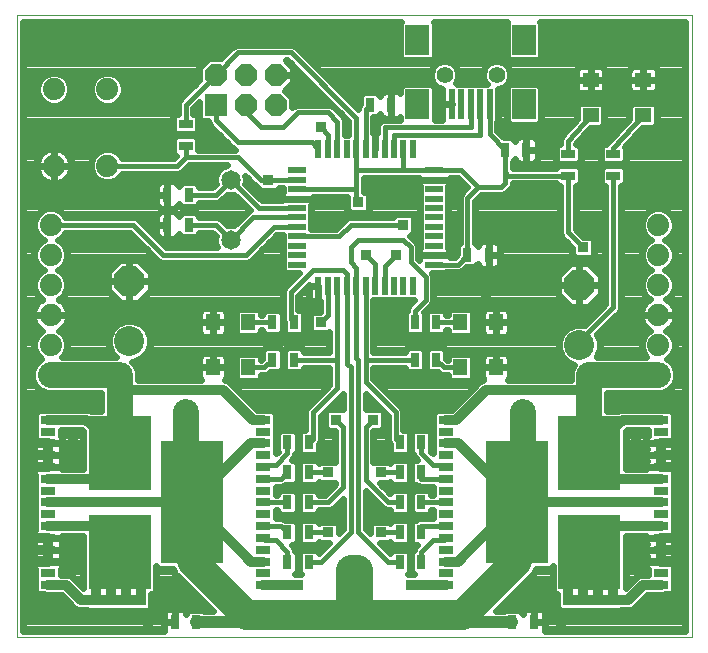
<source format=gtl>
G75*
%MOIN*%
%OFA0B0*%
%FSLAX24Y24*%
%IPPOS*%
%LPD*%
%AMOC8*
5,1,8,0,0,1.08239X$1,22.5*
%
%ADD10C,0.0000*%
%ADD11R,0.0315X0.0472*%
%ADD12R,0.0472X0.0315*%
%ADD13R,0.0472X0.0551*%
%ADD14R,0.0551X0.0472*%
%ADD15C,0.1000*%
%ADD16OC8,0.1000*%
%ADD17C,0.0740*%
%ADD18R,0.0197X0.0591*%
%ADD19R,0.0591X0.0197*%
%ADD20C,0.0650*%
%ADD21R,0.0512X0.0264*%
%ADD22R,0.2067X0.4055*%
%ADD23R,0.2067X0.2453*%
%ADD24R,0.0740X0.0740*%
%ADD25OC8,0.0740*%
%ADD26C,0.0554*%
%ADD27R,0.0197X0.0984*%
%ADD28R,0.0787X0.0984*%
%ADD29C,0.0160*%
%ADD30R,0.0356X0.0356*%
%ADD31C,0.0320*%
%ADD32C,0.0240*%
%ADD33C,0.1000*%
%ADD34C,0.0400*%
%ADD35C,0.0860*%
D10*
X000142Y000220D02*
X000142Y020966D01*
X022637Y020966D01*
X022637Y000220D01*
X000142Y000220D01*
D11*
X005412Y000720D03*
X006121Y000720D03*
X009162Y002720D03*
X009871Y002720D03*
X009871Y003720D03*
X009162Y003720D03*
X009162Y004720D03*
X009871Y004720D03*
X009871Y005720D03*
X009162Y005720D03*
X009162Y006720D03*
X009871Y006720D03*
X009371Y009470D03*
X008662Y009470D03*
X008662Y010720D03*
X009371Y010720D03*
X005871Y013970D03*
X005162Y013970D03*
X005162Y014970D03*
X005871Y014970D03*
X011912Y017970D03*
X012621Y017970D03*
X016412Y016470D03*
X017121Y016470D03*
X015871Y012970D03*
X015162Y012970D03*
X014121Y010720D03*
X013412Y010720D03*
X013412Y009470D03*
X014121Y009470D03*
X013621Y006720D03*
X012912Y006720D03*
X012912Y005720D03*
X013621Y005720D03*
X013621Y004720D03*
X012912Y004720D03*
X012912Y003720D03*
X013621Y003720D03*
X013621Y002720D03*
X012912Y002720D03*
X016662Y000720D03*
X017371Y000720D03*
D12*
X018517Y015616D03*
X018517Y016324D03*
X020017Y016324D03*
X020017Y015616D03*
X005767Y016616D03*
X005767Y017324D03*
D13*
X006676Y010720D03*
X007857Y010720D03*
X007857Y009220D03*
X006676Y009220D03*
X014926Y009220D03*
X016107Y009220D03*
X016107Y010720D03*
X014926Y010720D03*
D14*
X019267Y017629D03*
X019267Y018811D03*
X021017Y018811D03*
X021017Y017629D03*
D15*
X018892Y009970D03*
X003892Y010095D03*
D16*
X003892Y012095D03*
X018892Y011970D03*
D17*
X021517Y011970D03*
X021517Y010970D03*
X021517Y009970D03*
X021517Y008970D03*
X021517Y012970D03*
X021517Y013970D03*
X003157Y015940D03*
X001377Y015940D03*
X001267Y013970D03*
X001267Y012970D03*
X001267Y011970D03*
X001267Y010970D03*
X001267Y009970D03*
X001267Y008970D03*
X001377Y018500D03*
X003157Y018500D03*
D18*
X010192Y016503D03*
X010507Y016503D03*
X010822Y016503D03*
X011137Y016503D03*
X011452Y016503D03*
X011767Y016503D03*
X012082Y016503D03*
X012397Y016503D03*
X012712Y016503D03*
X013027Y016503D03*
X013341Y016503D03*
X013341Y011937D03*
X013027Y011937D03*
X012712Y011937D03*
X012397Y011937D03*
X012082Y011937D03*
X011767Y011937D03*
X011452Y011937D03*
X011137Y011937D03*
X010822Y011937D03*
X010507Y011937D03*
X010192Y011937D03*
D19*
X009483Y012645D03*
X009483Y012960D03*
X009483Y013275D03*
X009483Y013590D03*
X009483Y013905D03*
X009483Y014220D03*
X009483Y014535D03*
X009483Y014850D03*
X009483Y015165D03*
X009483Y015480D03*
X009483Y015795D03*
X014050Y015795D03*
X014050Y015480D03*
X014050Y015165D03*
X014050Y014850D03*
X014050Y014535D03*
X014050Y014220D03*
X014050Y013905D03*
X014050Y013590D03*
X014050Y013275D03*
X014050Y012960D03*
X014050Y012645D03*
D20*
X007267Y013470D03*
X007267Y015470D03*
D21*
X008349Y007476D03*
X008349Y007082D03*
X008349Y006689D03*
X008349Y006295D03*
X008349Y005901D03*
X008349Y005507D03*
X008349Y005114D03*
X008349Y004720D03*
X008349Y004326D03*
X008349Y003933D03*
X008349Y003539D03*
X008349Y003145D03*
X008349Y002751D03*
X008349Y002358D03*
X008349Y001964D03*
X014434Y001964D03*
X014434Y002358D03*
X014434Y002751D03*
X014434Y003145D03*
X014434Y003539D03*
X014434Y003933D03*
X014434Y004326D03*
X014434Y004720D03*
X014434Y005114D03*
X014434Y005507D03*
X014434Y005901D03*
X014434Y006295D03*
X014434Y006689D03*
X014434Y007082D03*
X014434Y007476D03*
X021599Y007476D03*
X021599Y007082D03*
X021599Y006689D03*
X021599Y006295D03*
X021599Y005901D03*
X021599Y005507D03*
X021599Y005114D03*
X021599Y004720D03*
X021599Y004326D03*
X021599Y003933D03*
X021599Y003539D03*
X021599Y003145D03*
X021599Y002751D03*
X021599Y002358D03*
X021599Y001964D03*
X001184Y001964D03*
X001184Y002358D03*
X001184Y002751D03*
X001184Y003145D03*
X001184Y003539D03*
X001184Y003933D03*
X001184Y004326D03*
X001184Y004720D03*
X001184Y005114D03*
X001184Y005507D03*
X001184Y005901D03*
X001184Y006295D03*
X001184Y006689D03*
X001184Y007082D03*
X001184Y007476D03*
D22*
X005967Y004720D03*
X016816Y004720D03*
D23*
X019217Y003080D03*
X019217Y006360D03*
X003566Y006360D03*
X003566Y003080D03*
D24*
X006767Y017970D03*
D25*
X007767Y017970D03*
X008767Y017970D03*
X008767Y018970D03*
X007767Y018970D03*
X006767Y018970D03*
D26*
X014401Y018970D03*
X016133Y018970D03*
D27*
X015897Y017986D03*
X015582Y017986D03*
X015267Y017986D03*
X014952Y017986D03*
X014637Y017986D03*
D28*
X013495Y017986D03*
X013495Y020151D03*
X017038Y020151D03*
X017038Y017986D03*
D29*
X015897Y017986D02*
X015897Y016986D01*
X016412Y016470D01*
X016412Y015720D01*
X016517Y015616D01*
X018517Y015616D01*
X018517Y013720D01*
X019017Y013220D01*
X020017Y011220D02*
X020017Y015616D01*
X020017Y016324D02*
X020017Y016531D01*
X021017Y017629D01*
X019267Y017629D02*
X018517Y016781D01*
X018517Y016324D01*
X016412Y015720D02*
X016412Y015366D01*
X016267Y015220D01*
X015517Y015220D01*
X015162Y014866D01*
X015162Y012970D01*
X014838Y012645D01*
X014050Y012645D01*
X013767Y012220D02*
X013767Y011470D01*
X013412Y011116D01*
X013412Y010720D01*
X014121Y010720D02*
X014926Y010720D01*
X014121Y009470D02*
X014371Y009220D01*
X014926Y009220D01*
X013412Y009470D02*
X011767Y009470D01*
X011767Y011937D01*
X011452Y011937D02*
X011452Y012535D01*
X011267Y012720D01*
X011267Y013220D01*
X011517Y013470D01*
X013017Y013470D01*
X013267Y013220D01*
X013267Y012720D01*
X013767Y012220D01*
X012767Y012970D02*
X012397Y012600D01*
X012397Y011937D01*
X012082Y011937D02*
X012082Y012655D01*
X011767Y012970D01*
X011137Y012350D02*
X011137Y011937D01*
X011137Y009350D01*
X011267Y009220D01*
X011267Y003720D01*
X010267Y002720D01*
X009871Y002720D01*
X009162Y002720D02*
X009162Y003074D01*
X008767Y003470D01*
X008418Y003470D01*
X008349Y003539D01*
X008349Y003933D02*
X008930Y003933D01*
X009162Y003720D01*
X009871Y003720D02*
X010517Y003720D01*
X011517Y003720D02*
X011517Y009470D01*
X011452Y009535D01*
X011452Y011937D01*
X011137Y012350D02*
X011017Y012470D01*
X010017Y012470D01*
X009267Y011720D01*
X009267Y010844D01*
X009371Y010720D01*
X008662Y010720D02*
X007857Y010720D01*
X008662Y009470D02*
X008393Y009220D01*
X007857Y009220D01*
X009371Y009470D02*
X010822Y009470D01*
X010822Y011937D01*
X010507Y011937D02*
X010507Y010960D01*
X010267Y010720D01*
X010822Y009470D02*
X010822Y008525D01*
X010017Y007720D01*
X010017Y006846D01*
X009871Y006720D01*
X009162Y006720D02*
X009162Y006366D01*
X008767Y005970D01*
X008418Y005970D01*
X008349Y005901D01*
X008349Y005507D02*
X008930Y005507D01*
X009162Y005720D01*
X009871Y005720D02*
X010517Y005720D01*
X011017Y005220D02*
X011017Y007220D01*
X010767Y007470D01*
X011767Y007220D02*
X012017Y007470D01*
X011767Y007220D02*
X011767Y005470D01*
X012517Y004720D01*
X012912Y004720D01*
X013621Y004720D02*
X014434Y004720D01*
X014434Y005507D02*
X013603Y005507D01*
X013621Y005720D01*
X014017Y005970D02*
X014365Y005970D01*
X014434Y005901D01*
X014017Y005970D02*
X013621Y006366D01*
X013621Y006720D01*
X012912Y006720D02*
X012767Y006846D01*
X012767Y007720D01*
X011767Y008720D01*
X011767Y009470D01*
X007767Y012970D02*
X008702Y013905D01*
X009483Y013905D01*
X009483Y013590D02*
X010887Y013590D01*
X011267Y013970D01*
X013017Y013970D01*
X011517Y014720D02*
X011452Y014785D01*
X011452Y015220D01*
X011397Y015165D01*
X009483Y015165D01*
X009473Y015470D02*
X009483Y015480D01*
X009473Y015470D02*
X008517Y015470D01*
X008267Y015470D01*
X007517Y016220D01*
X005767Y016220D01*
X005767Y016616D01*
X005767Y016220D02*
X005487Y015940D01*
X003157Y015940D01*
X004017Y013970D02*
X001267Y013970D01*
X004017Y013970D02*
X005017Y012970D01*
X007767Y012970D01*
X007267Y013470D02*
X008017Y014220D01*
X009483Y014220D01*
X009483Y014535D02*
X008202Y014535D01*
X007267Y015470D01*
X006767Y014970D01*
X005871Y014970D01*
X005871Y013970D02*
X006767Y013970D01*
X007267Y013470D01*
X010158Y016470D02*
X010192Y016503D01*
X009975Y016720D01*
X007517Y016720D01*
X006767Y017470D01*
X006767Y017970D01*
X005767Y017970D02*
X006767Y018970D01*
X007517Y019720D01*
X009267Y019720D01*
X011452Y017535D01*
X011452Y016503D01*
X011452Y015720D01*
X011527Y015795D01*
X013017Y015795D01*
X013027Y015805D01*
X014040Y015805D01*
X014050Y015795D01*
X014942Y015795D01*
X015517Y015220D01*
X015582Y016970D02*
X015582Y017986D01*
X015267Y017986D02*
X015267Y017220D01*
X012397Y017220D01*
X012397Y016503D01*
X012712Y016503D02*
X012712Y016970D01*
X015582Y016970D01*
X013027Y016503D02*
X013027Y015805D01*
X011767Y016503D02*
X011767Y017824D01*
X011912Y017970D01*
X010822Y017415D02*
X010517Y017720D01*
X009517Y017720D01*
X009017Y017220D01*
X008267Y017220D01*
X007767Y017720D01*
X007767Y017970D01*
X005767Y017970D02*
X005767Y017324D01*
X010267Y017220D02*
X010517Y016970D01*
X010517Y016513D01*
X010507Y016503D01*
X010822Y016503D02*
X010822Y017415D01*
X011452Y015720D02*
X011452Y015220D01*
X018892Y010095D02*
X018892Y009970D01*
X018892Y010095D02*
X020017Y011220D01*
X012912Y005720D02*
X012267Y005720D01*
X011017Y005220D02*
X010517Y004720D01*
X009871Y004720D01*
X009162Y004720D02*
X008349Y004720D01*
X011517Y003720D02*
X012517Y002720D01*
X012912Y002720D01*
X013621Y002720D02*
X013621Y003074D01*
X014017Y003470D01*
X014365Y003470D01*
X014434Y003539D01*
X014434Y003933D02*
X013603Y003933D01*
X013621Y003720D01*
X012912Y003720D02*
X012267Y003720D01*
D30*
X012267Y003720D03*
X010517Y003720D03*
X009517Y001970D03*
X009017Y001970D03*
X010517Y005720D03*
X012267Y005720D03*
X012017Y007470D03*
X010767Y007470D03*
X010267Y010720D03*
X011767Y012970D03*
X012767Y012970D03*
X013017Y013970D03*
X012767Y014970D03*
X011517Y014720D03*
X010267Y017220D03*
X008517Y015470D03*
X015767Y011720D03*
X019017Y013220D03*
X017017Y007720D03*
X017017Y007220D03*
X020767Y006970D03*
X020767Y006470D03*
X020767Y005970D03*
X022267Y005720D03*
X022267Y005220D03*
X022267Y004720D03*
X022267Y004220D03*
X022267Y003720D03*
X022267Y003220D03*
X022267Y002720D03*
X022267Y002220D03*
X020767Y002470D03*
X020767Y002970D03*
X020767Y003470D03*
X020017Y001470D03*
X019517Y001470D03*
X019017Y001470D03*
X018517Y001470D03*
X018267Y000720D03*
X013767Y001970D03*
X013267Y001970D03*
X005767Y007220D03*
X005767Y007720D03*
X002017Y006970D03*
X002017Y006470D03*
X002017Y005970D03*
X000517Y005720D03*
X000517Y005220D03*
X000517Y004720D03*
X000517Y004220D03*
X000517Y003720D03*
X000517Y003220D03*
X000517Y002720D03*
X000517Y002220D03*
X002017Y002470D03*
X002017Y002970D03*
X002017Y003470D03*
X002767Y001470D03*
X003267Y001470D03*
X003767Y001470D03*
X004267Y001470D03*
X004517Y000720D03*
X000517Y006220D03*
X000517Y006720D03*
X000517Y007220D03*
X022267Y007220D03*
X022267Y006720D03*
X022267Y006220D03*
D31*
X022377Y006094D02*
X022108Y006094D01*
X022107Y006098D02*
X022115Y006137D01*
X022115Y006295D01*
X022115Y006452D01*
X022107Y006492D01*
X022115Y006531D01*
X022115Y006688D01*
X021599Y006688D01*
X021599Y006688D01*
X021599Y006687D01*
X021599Y006295D01*
X021599Y006295D01*
X021599Y006688D01*
X021599Y006689D01*
X022115Y006689D01*
X022115Y006720D01*
X022377Y006720D01*
X022377Y005720D01*
X022111Y005720D01*
X022115Y005744D01*
X022115Y005901D01*
X021599Y005901D01*
X021599Y006293D01*
X021599Y006295D01*
X021599Y006295D01*
X022115Y006295D01*
X021599Y006295D01*
X021599Y006295D01*
X021599Y005901D01*
X021599Y005901D01*
X021599Y005901D01*
X022115Y005901D01*
X022115Y006059D01*
X022107Y006098D01*
X022115Y006412D02*
X022377Y006412D01*
X022377Y005775D02*
X022115Y005775D01*
X021599Y005507D02*
X020070Y005507D01*
X019217Y006360D01*
X020334Y007476D01*
X021599Y007476D01*
X021599Y006412D02*
X021599Y006412D01*
X021599Y006094D02*
X021599Y006094D01*
X021599Y004720D02*
X017267Y004720D01*
X016816Y004720D01*
X014847Y002751D01*
X014434Y002751D01*
X014434Y001964D02*
X013273Y001964D01*
X013267Y001970D01*
X016816Y004720D02*
X014847Y006689D01*
X014434Y006689D01*
X014434Y007476D02*
X014773Y007476D01*
X015767Y008470D01*
X019217Y008470D01*
X019212Y007476D02*
X019217Y007470D01*
X020070Y003933D02*
X019217Y003080D01*
X018562Y002425D01*
X019017Y001970D01*
X019517Y001970D01*
X020017Y001970D01*
X020017Y001470D01*
X018517Y001470D01*
X018517Y002379D01*
X018562Y002425D01*
X019017Y001970D02*
X019017Y001470D01*
X019517Y001470D02*
X019517Y001970D01*
X020017Y001470D02*
X020517Y001470D01*
X021011Y001964D01*
X021599Y001964D01*
X021599Y002751D02*
X021599Y002752D01*
X021599Y002753D01*
X021599Y003145D01*
X021599Y003145D01*
X021599Y002752D01*
X021599Y002752D01*
X022115Y002752D01*
X022115Y002909D01*
X022107Y002948D01*
X022115Y002988D01*
X022115Y003145D01*
X021599Y003145D01*
X021599Y003537D01*
X021599Y003539D01*
X021599Y003539D01*
X021599Y003145D01*
X021599Y003145D01*
X021599Y003145D01*
X022115Y003145D01*
X022115Y003303D01*
X022107Y003342D01*
X022115Y003381D01*
X022115Y003539D01*
X022115Y003696D01*
X022111Y003720D01*
X022377Y003720D01*
X022377Y002720D01*
X022115Y002720D01*
X022115Y002751D01*
X021599Y002751D01*
X021599Y002909D02*
X021599Y002909D01*
X021599Y003227D02*
X021599Y003227D01*
X021599Y003539D02*
X021599Y003539D01*
X022115Y003539D01*
X021599Y003539D01*
X021599Y003933D02*
X020070Y003933D01*
X022115Y003546D02*
X022377Y003546D01*
X022377Y003227D02*
X022115Y003227D01*
X022115Y002909D02*
X022377Y002909D01*
X009517Y001970D02*
X009017Y001970D01*
X008349Y001970D01*
X008349Y001964D01*
X008349Y002751D02*
X007936Y002751D01*
X005967Y004720D01*
X006117Y004870D01*
X007936Y006689D01*
X008349Y006689D01*
X008349Y007476D02*
X008011Y007476D01*
X007017Y008470D01*
X003566Y008470D01*
X003572Y007476D02*
X003566Y007470D01*
X003566Y006360D02*
X002450Y007476D01*
X001184Y007476D01*
X001184Y006689D02*
X000668Y006689D01*
X000668Y006720D01*
X000517Y006720D01*
X000517Y005720D01*
X000673Y005720D01*
X000668Y005744D01*
X000668Y005901D01*
X001184Y005901D01*
X001184Y005901D01*
X000668Y005901D01*
X000668Y006059D01*
X000676Y006098D01*
X000668Y006137D01*
X000668Y006295D01*
X000668Y006452D01*
X000676Y006492D01*
X000668Y006531D01*
X000668Y006688D01*
X001184Y006688D01*
X001184Y006297D01*
X001184Y006295D01*
X001184Y006688D01*
X001184Y006688D01*
X001184Y006689D01*
X001184Y006412D02*
X001184Y006412D01*
X001184Y006295D02*
X001184Y006295D01*
X001184Y006295D01*
X000668Y006295D01*
X001184Y006295D01*
X001184Y005903D01*
X001184Y005901D01*
X001184Y005901D01*
X001184Y006295D01*
X001184Y006295D01*
X001184Y006094D02*
X001184Y006094D01*
X000675Y006094D02*
X000517Y006094D01*
X000517Y006412D02*
X000668Y006412D01*
X000668Y005775D02*
X000517Y005775D01*
X001184Y005507D02*
X002714Y005507D01*
X003566Y006360D01*
X001184Y004720D02*
X005967Y004720D01*
X003767Y002879D02*
X003767Y002720D01*
X003517Y002720D01*
X003517Y002470D01*
X003267Y002470D01*
X003267Y002220D01*
X002767Y002220D01*
X002767Y001470D01*
X004267Y001470D01*
X004267Y002470D01*
X004017Y002470D01*
X003767Y002720D02*
X003767Y001470D01*
X003267Y001470D02*
X003267Y002220D01*
X003767Y002879D02*
X003566Y003080D01*
X002714Y003933D01*
X001184Y003933D01*
X001184Y003539D02*
X001184Y003539D01*
X000668Y003539D01*
X000668Y003696D01*
X000673Y003720D01*
X000517Y003720D01*
X000517Y002720D01*
X000668Y002720D01*
X000668Y002751D01*
X001184Y002751D01*
X001184Y002752D01*
X001184Y003145D01*
X001184Y002753D01*
X001184Y002752D01*
X001184Y002752D01*
X000668Y002752D01*
X000668Y002909D01*
X000676Y002948D01*
X000668Y002988D01*
X000668Y003145D01*
X001184Y003145D01*
X001184Y003145D01*
X001184Y003145D01*
X000668Y003145D01*
X000668Y003303D01*
X000676Y003342D01*
X000668Y003381D01*
X000668Y003539D01*
X001184Y003539D01*
X001184Y003147D01*
X001184Y003145D01*
X001184Y003539D01*
X001184Y003539D01*
X001184Y003227D02*
X001184Y003227D01*
X001184Y003145D02*
X001184Y003145D01*
X001184Y002909D02*
X001184Y002909D01*
X000668Y002909D02*
X000517Y002909D01*
X000517Y003227D02*
X000668Y003227D01*
X000668Y003546D02*
X000517Y003546D01*
X001184Y001964D02*
X001773Y001964D01*
X002267Y001470D01*
X002767Y001470D01*
D32*
X002496Y001130D02*
X002514Y001112D01*
X004519Y001112D01*
X004625Y001217D01*
X004625Y001674D01*
X004674Y001674D01*
X004779Y001779D01*
X004779Y002593D01*
X004859Y002512D01*
X005338Y002512D01*
X005391Y002384D01*
X006675Y001100D01*
X006389Y001100D01*
X006353Y001136D01*
X005889Y001136D01*
X005784Y001031D01*
X005784Y001009D01*
X005775Y001041D01*
X005746Y001091D01*
X005705Y001132D01*
X005655Y001161D01*
X005599Y001176D01*
X005412Y001176D01*
X005226Y001176D01*
X005170Y001161D01*
X005120Y001132D01*
X005079Y001091D01*
X005050Y001041D01*
X005035Y000985D01*
X005035Y000720D01*
X005412Y000720D01*
X005035Y000720D01*
X005035Y000455D01*
X005039Y000440D01*
X000362Y000440D01*
X000362Y020746D01*
X012950Y020746D01*
X012921Y020718D01*
X012921Y019584D01*
X013027Y019479D01*
X013963Y019479D01*
X014069Y019584D01*
X014069Y020718D01*
X014040Y020746D01*
X016493Y020746D01*
X016465Y020718D01*
X016465Y019584D01*
X016570Y019479D01*
X017507Y019479D01*
X017612Y019584D01*
X017612Y020718D01*
X017584Y020746D01*
X022417Y020746D01*
X022417Y000440D01*
X017745Y000440D01*
X017748Y000455D01*
X017748Y000720D01*
X017371Y000720D01*
X017748Y000720D01*
X017748Y000985D01*
X017733Y001041D01*
X017705Y001091D01*
X017664Y001132D01*
X017613Y001161D01*
X017557Y001176D01*
X017371Y001176D01*
X017185Y001176D01*
X017129Y001161D01*
X017078Y001132D01*
X017037Y001091D01*
X017009Y001041D01*
X017000Y001009D01*
X017000Y001031D01*
X016894Y001136D01*
X016430Y001136D01*
X016394Y001100D01*
X016108Y001100D01*
X017392Y002384D01*
X017446Y002512D01*
X017924Y002512D01*
X018004Y002593D01*
X018004Y001779D01*
X018109Y001674D01*
X018159Y001674D01*
X018159Y001217D01*
X018264Y001112D01*
X020269Y001112D01*
X020287Y001130D01*
X020584Y001130D01*
X020709Y001182D01*
X020805Y001277D01*
X021152Y001624D01*
X021667Y001624D01*
X021735Y001652D01*
X021930Y001652D01*
X022035Y001758D01*
X022035Y002491D01*
X022060Y002535D01*
X022075Y002591D01*
X022075Y002751D01*
X021599Y002751D01*
X021123Y002751D01*
X021123Y002591D01*
X021138Y002535D01*
X021163Y002491D01*
X021163Y002304D01*
X020943Y002304D01*
X020818Y002252D01*
X020431Y001865D01*
X020431Y003593D01*
X021123Y003593D01*
X021123Y003539D01*
X021599Y003539D01*
X021599Y003539D01*
X021123Y003539D01*
X021123Y003378D01*
X021133Y003342D01*
X021123Y003306D01*
X021123Y003145D01*
X021123Y002984D01*
X021133Y002948D01*
X021123Y002912D01*
X021123Y002752D01*
X021599Y002752D01*
X021599Y002793D01*
X021599Y003145D01*
X021123Y003145D01*
X021599Y003145D01*
X021599Y003145D01*
X021599Y003145D01*
X021599Y002752D01*
X021599Y002752D01*
X021599Y002751D01*
X021599Y002752D01*
X022075Y002752D01*
X022075Y002912D01*
X022066Y002948D01*
X022075Y002984D01*
X022075Y003145D01*
X021599Y003145D01*
X021599Y003497D01*
X021599Y003539D01*
X021599Y003539D01*
X021599Y003145D01*
X021599Y003145D01*
X021599Y003145D01*
X022075Y003145D01*
X022075Y003306D01*
X022066Y003342D01*
X022075Y003378D01*
X022075Y003539D01*
X022075Y003700D01*
X022060Y003756D01*
X022035Y003799D01*
X022035Y005641D01*
X022060Y005684D01*
X022075Y005740D01*
X022075Y005901D01*
X021599Y005901D01*
X021123Y005901D01*
X021123Y005847D01*
X020431Y005847D01*
X020431Y007092D01*
X020474Y007136D01*
X021163Y007136D01*
X021163Y006949D01*
X021138Y006905D01*
X021123Y006849D01*
X021123Y006689D01*
X021599Y006689D01*
X021599Y006688D01*
X021599Y006688D01*
X021599Y006647D01*
X021599Y006295D01*
X021599Y006295D01*
X021123Y006295D01*
X021123Y006456D01*
X021133Y006492D01*
X021123Y006528D01*
X021123Y006688D01*
X021599Y006688D01*
X021599Y006295D01*
X021599Y006295D01*
X021123Y006295D01*
X021123Y006134D01*
X021133Y006098D01*
X021123Y006062D01*
X021123Y005901D01*
X021599Y005901D01*
X021599Y005901D01*
X021599Y006253D01*
X021599Y006295D01*
X021599Y006295D01*
X022075Y006295D01*
X022075Y006456D01*
X022066Y006492D01*
X022075Y006528D01*
X022075Y006688D01*
X021599Y006688D01*
X021599Y006689D01*
X022075Y006689D01*
X022075Y006849D01*
X022060Y006905D01*
X022035Y006949D01*
X022035Y007682D01*
X021930Y007788D01*
X021735Y007788D01*
X021667Y007816D01*
X020266Y007816D01*
X020146Y007766D01*
X019827Y007766D01*
X019827Y008360D01*
X021638Y008360D01*
X021862Y008453D01*
X022034Y008624D01*
X022127Y008849D01*
X022127Y009091D01*
X022034Y009316D01*
X021862Y009487D01*
X021825Y009502D01*
X021828Y009504D01*
X021983Y009658D01*
X022067Y009861D01*
X022067Y010079D01*
X021983Y010282D01*
X021828Y010436D01*
X021795Y010450D01*
X021826Y010465D01*
X021901Y010520D01*
X021967Y010586D01*
X022021Y010661D01*
X022063Y010744D01*
X022092Y010832D01*
X022107Y010924D01*
X022107Y010970D01*
X022107Y011016D01*
X022092Y011108D01*
X022063Y011196D01*
X022021Y011279D01*
X021967Y011354D01*
X021901Y011420D01*
X021826Y011475D01*
X021795Y011490D01*
X021828Y011504D01*
X021983Y011658D01*
X022067Y011861D01*
X022067Y012079D01*
X021983Y012282D01*
X021828Y012436D01*
X021747Y012470D01*
X021828Y012504D01*
X021983Y012658D01*
X022067Y012861D01*
X022067Y013079D01*
X021983Y013282D01*
X021828Y013436D01*
X021747Y013470D01*
X021828Y013504D01*
X021983Y013658D01*
X022067Y013861D01*
X022067Y014079D01*
X021983Y014282D01*
X021828Y014436D01*
X021626Y014520D01*
X021407Y014520D01*
X021205Y014436D01*
X021050Y014282D01*
X020967Y014079D01*
X020967Y013861D01*
X021050Y013658D01*
X021205Y013504D01*
X021287Y013470D01*
X021205Y013436D01*
X021050Y013282D01*
X020967Y013079D01*
X020967Y012861D01*
X021050Y012658D01*
X021205Y012504D01*
X021287Y012470D01*
X021205Y012436D01*
X021050Y012282D01*
X020967Y012079D01*
X020967Y011861D01*
X021050Y011658D01*
X021205Y011504D01*
X021238Y011490D01*
X021207Y011475D01*
X021132Y011420D01*
X021067Y011354D01*
X021012Y011279D01*
X020970Y011196D01*
X020941Y011108D01*
X020927Y011016D01*
X020927Y010970D01*
X020927Y010924D01*
X020941Y010832D01*
X020970Y010744D01*
X021012Y010661D01*
X021067Y010586D01*
X021132Y010520D01*
X021207Y010465D01*
X021238Y010450D01*
X021205Y010436D01*
X021050Y010282D01*
X020967Y010079D01*
X020967Y009861D01*
X021050Y009658D01*
X021129Y009580D01*
X019463Y009580D01*
X019468Y009585D01*
X019572Y009835D01*
X019572Y010105D01*
X019483Y010319D01*
X020164Y011000D01*
X020237Y011073D01*
X020277Y011168D01*
X020277Y015278D01*
X020327Y015278D01*
X020433Y015384D01*
X020433Y015848D01*
X020327Y015953D01*
X019706Y015953D01*
X019600Y015848D01*
X019600Y015384D01*
X019706Y015278D01*
X019757Y015278D01*
X019757Y011328D01*
X019064Y010635D01*
X019027Y010650D01*
X018756Y010650D01*
X018506Y010546D01*
X018315Y010355D01*
X018212Y010105D01*
X018212Y009835D01*
X018315Y009585D01*
X018506Y009394D01*
X018700Y009314D01*
X018607Y009091D01*
X018607Y008810D01*
X016520Y008810D01*
X016548Y008859D01*
X016563Y008915D01*
X016563Y009220D01*
X016563Y009525D01*
X016548Y009581D01*
X016519Y009631D01*
X016479Y009672D01*
X016428Y009701D01*
X016372Y009716D01*
X016107Y009716D01*
X015842Y009716D01*
X015786Y009701D01*
X015736Y009672D01*
X015695Y009631D01*
X015666Y009581D01*
X015651Y009525D01*
X015651Y009220D01*
X016107Y009220D01*
X015651Y009220D01*
X015651Y008915D01*
X015666Y008859D01*
X015695Y008809D01*
X015696Y008809D01*
X015574Y008758D01*
X015478Y008663D01*
X014632Y007816D01*
X014366Y007816D01*
X014298Y007788D01*
X014104Y007788D01*
X013998Y007682D01*
X013998Y006356D01*
X013952Y006403D01*
X013958Y006409D01*
X013958Y007031D01*
X013853Y007136D01*
X013389Y007136D01*
X013284Y007031D01*
X013284Y006409D01*
X013361Y006332D01*
X013361Y006314D01*
X013401Y006218D01*
X013483Y006136D01*
X013389Y006136D01*
X013284Y006031D01*
X013284Y005409D01*
X013389Y005304D01*
X013435Y005304D01*
X013438Y005300D01*
X013448Y005295D01*
X013456Y005287D01*
X013494Y005271D01*
X013530Y005253D01*
X013541Y005252D01*
X013552Y005247D01*
X013592Y005247D01*
X013633Y005244D01*
X013644Y005247D01*
X013998Y005247D01*
X013998Y004980D01*
X013958Y004980D01*
X013958Y005031D01*
X013853Y005136D01*
X013389Y005136D01*
X013284Y005031D01*
X013284Y004409D01*
X013389Y004304D01*
X013853Y004304D01*
X013958Y004409D01*
X013958Y004460D01*
X013998Y004460D01*
X013998Y004193D01*
X013644Y004193D01*
X013633Y004196D01*
X013592Y004193D01*
X013552Y004193D01*
X013541Y004188D01*
X013530Y004187D01*
X013494Y004169D01*
X013456Y004153D01*
X013448Y004145D01*
X013438Y004140D01*
X013435Y004136D01*
X013389Y004136D01*
X013284Y004031D01*
X013284Y003409D01*
X013389Y003304D01*
X013483Y003304D01*
X013401Y003222D01*
X013361Y003126D01*
X013361Y003108D01*
X013284Y003031D01*
X013284Y002409D01*
X013365Y002328D01*
X013169Y002328D01*
X013250Y002409D01*
X013250Y003031D01*
X013144Y003136D01*
X012680Y003136D01*
X012575Y003031D01*
X012575Y003030D01*
X012242Y003362D01*
X012519Y003362D01*
X012575Y003417D01*
X012575Y003409D01*
X012680Y003304D01*
X013144Y003304D01*
X013250Y003409D01*
X013250Y004031D01*
X013144Y004136D01*
X012680Y004136D01*
X012575Y004031D01*
X012575Y004023D01*
X012519Y004078D01*
X012014Y004078D01*
X011909Y003973D01*
X011909Y003696D01*
X011777Y003828D01*
X011777Y005092D01*
X012369Y004500D01*
X012465Y004460D01*
X012575Y004460D01*
X012575Y004409D01*
X012680Y004304D01*
X013144Y004304D01*
X013250Y004409D01*
X013250Y005031D01*
X013144Y005136D01*
X012680Y005136D01*
X012575Y005031D01*
X012575Y005030D01*
X012242Y005362D01*
X012519Y005362D01*
X012575Y005417D01*
X012575Y005409D01*
X012680Y005304D01*
X013144Y005304D01*
X013250Y005409D01*
X013250Y006031D01*
X013144Y006136D01*
X012680Y006136D01*
X012575Y006031D01*
X012575Y006023D01*
X012519Y006078D01*
X012027Y006078D01*
X012027Y007112D01*
X012269Y007112D01*
X012375Y007217D01*
X012375Y007723D01*
X012269Y007828D01*
X011777Y007828D01*
X011777Y008342D01*
X012507Y007612D01*
X012507Y006888D01*
X012504Y006879D01*
X012507Y006837D01*
X012507Y006794D01*
X012510Y006785D01*
X012511Y006776D01*
X012530Y006738D01*
X012546Y006699D01*
X012553Y006692D01*
X012557Y006683D01*
X012575Y006668D01*
X012575Y006409D01*
X012680Y006304D01*
X013144Y006304D01*
X013250Y006409D01*
X013250Y007031D01*
X013144Y007136D01*
X013027Y007136D01*
X013027Y007772D01*
X012987Y007867D01*
X012914Y007940D01*
X012027Y008828D01*
X012027Y009210D01*
X013075Y009210D01*
X013075Y009159D01*
X013180Y009054D01*
X013644Y009054D01*
X013750Y009159D01*
X013750Y009781D01*
X013644Y009886D01*
X013180Y009886D01*
X013075Y009781D01*
X013075Y009730D01*
X012027Y009730D01*
X012027Y011461D01*
X013390Y011461D01*
X013192Y011263D01*
X013152Y011167D01*
X013152Y011108D01*
X013075Y011031D01*
X013075Y010409D01*
X013180Y010304D01*
X013644Y010304D01*
X013750Y010409D01*
X013750Y011031D01*
X013722Y011058D01*
X013914Y011250D01*
X013987Y011323D01*
X014027Y011418D01*
X014027Y012272D01*
X013987Y012367D01*
X014420Y012367D01*
X014438Y012385D01*
X014889Y012385D01*
X014985Y012425D01*
X015114Y012554D01*
X015394Y012554D01*
X015500Y012659D01*
X015500Y012681D01*
X015509Y012649D01*
X015537Y012599D01*
X015578Y012558D01*
X015629Y012529D01*
X015685Y012514D01*
X015871Y012514D01*
X016057Y012514D01*
X016113Y012529D01*
X016164Y012558D01*
X016205Y012599D01*
X016233Y012649D01*
X016248Y012705D01*
X016248Y012970D01*
X015871Y012970D01*
X016248Y012970D01*
X016248Y013235D01*
X016233Y013291D01*
X016205Y013341D01*
X016164Y013382D01*
X016113Y013411D01*
X016057Y013426D01*
X015871Y013426D01*
X015685Y013426D01*
X015629Y013411D01*
X015578Y013382D01*
X015537Y013341D01*
X015509Y013291D01*
X015500Y013259D01*
X015500Y013281D01*
X015422Y013358D01*
X015422Y014758D01*
X015624Y014960D01*
X016318Y014960D01*
X016414Y015000D01*
X016487Y015073D01*
X016633Y015218D01*
X016672Y015314D01*
X016672Y015356D01*
X018128Y015356D01*
X018206Y015278D01*
X018257Y015278D01*
X018257Y013668D01*
X018296Y013573D01*
X018659Y013210D01*
X018659Y012967D01*
X018764Y012862D01*
X019269Y012862D01*
X019375Y012967D01*
X019375Y013473D01*
X019269Y013578D01*
X019026Y013578D01*
X018777Y013828D01*
X018777Y015278D01*
X018827Y015278D01*
X018933Y015384D01*
X018933Y015848D01*
X018827Y015953D01*
X018206Y015953D01*
X018128Y015876D01*
X016672Y015876D01*
X016672Y016082D01*
X016750Y016159D01*
X016750Y016181D01*
X016759Y016149D01*
X016787Y016099D01*
X016828Y016058D01*
X016879Y016029D01*
X016935Y016014D01*
X017121Y016014D01*
X017307Y016014D01*
X017363Y016029D01*
X017414Y016058D01*
X017455Y016099D01*
X017483Y016149D01*
X017498Y016205D01*
X017498Y016470D01*
X017121Y016470D01*
X017498Y016470D01*
X017498Y016735D01*
X017483Y016791D01*
X017455Y016841D01*
X017414Y016882D01*
X017363Y016911D01*
X017307Y016926D01*
X017121Y016926D01*
X016935Y016926D01*
X016879Y016911D01*
X016828Y016882D01*
X016787Y016841D01*
X016759Y016791D01*
X016750Y016759D01*
X016750Y016781D01*
X016644Y016886D01*
X016364Y016886D01*
X016157Y017093D01*
X016157Y017401D01*
X016175Y017419D01*
X016175Y018513D01*
X016224Y018513D01*
X016392Y018582D01*
X016520Y018711D01*
X016590Y018879D01*
X016590Y019061D01*
X016520Y019229D01*
X016392Y019358D01*
X016224Y019427D01*
X016042Y019427D01*
X015874Y019358D01*
X015745Y019229D01*
X015676Y019061D01*
X015676Y018879D01*
X015745Y018711D01*
X015798Y018658D01*
X014863Y018658D01*
X014820Y018683D01*
X014773Y018696D01*
X014788Y018711D01*
X014858Y018879D01*
X014858Y019061D01*
X014788Y019229D01*
X014659Y019358D01*
X014491Y019427D01*
X014310Y019427D01*
X014142Y019358D01*
X014013Y019229D01*
X013943Y019061D01*
X013943Y018879D01*
X014013Y018711D01*
X014142Y018582D01*
X014310Y018513D01*
X014320Y018513D01*
X014318Y018507D01*
X014318Y017986D01*
X014637Y017986D01*
X014637Y017986D01*
X014318Y017986D01*
X014318Y017480D01*
X014069Y017480D01*
X014069Y018552D01*
X013963Y018658D01*
X013027Y018658D01*
X012921Y018552D01*
X012921Y018375D01*
X012914Y018382D01*
X012863Y018411D01*
X012807Y018426D01*
X012621Y018426D01*
X012435Y018426D01*
X012379Y018411D01*
X012328Y018382D01*
X012287Y018341D01*
X012259Y018291D01*
X012250Y018259D01*
X012250Y018281D01*
X012144Y018386D01*
X011680Y018386D01*
X011575Y018281D01*
X011575Y018000D01*
X011546Y017972D01*
X011507Y017876D01*
X011507Y017848D01*
X009414Y019940D01*
X009318Y019980D01*
X007465Y019980D01*
X007369Y019940D01*
X007296Y019867D01*
X006949Y019520D01*
X006539Y019520D01*
X006217Y019198D01*
X006217Y018788D01*
X005619Y018190D01*
X005546Y018117D01*
X005507Y018022D01*
X005507Y017662D01*
X005456Y017662D01*
X005350Y017556D01*
X005350Y017092D01*
X005456Y016987D01*
X006077Y016987D01*
X006183Y017092D01*
X006183Y017556D01*
X006077Y017662D01*
X006027Y017662D01*
X006027Y017862D01*
X006217Y018052D01*
X006217Y017525D01*
X006322Y017420D01*
X006507Y017420D01*
X006507Y017418D01*
X006546Y017323D01*
X006619Y017250D01*
X006619Y017250D01*
X007296Y016573D01*
X007296Y016573D01*
X007369Y016500D01*
X007417Y016480D01*
X006183Y016480D01*
X006183Y016848D01*
X006077Y016953D01*
X005456Y016953D01*
X005350Y016848D01*
X005350Y016384D01*
X005456Y016278D01*
X005457Y016278D01*
X005379Y016200D01*
X003644Y016200D01*
X003623Y016252D01*
X003468Y016406D01*
X003266Y016490D01*
X003047Y016490D01*
X002845Y016406D01*
X002690Y016252D01*
X002607Y016049D01*
X002607Y015831D01*
X002690Y015628D01*
X002845Y015474D01*
X003047Y015390D01*
X003266Y015390D01*
X003468Y015474D01*
X003623Y015628D01*
X003644Y015680D01*
X005538Y015680D01*
X005634Y015720D01*
X005874Y015960D01*
X007130Y015960D01*
X006981Y015898D01*
X006839Y015756D01*
X006762Y015570D01*
X006762Y015370D01*
X006772Y015343D01*
X006659Y015230D01*
X006208Y015230D01*
X006208Y015281D01*
X006103Y015386D01*
X005639Y015386D01*
X005534Y015281D01*
X005534Y015259D01*
X005525Y015291D01*
X005496Y015341D01*
X005455Y015382D01*
X005405Y015411D01*
X005349Y015426D01*
X005162Y015426D01*
X004976Y015426D01*
X004920Y015411D01*
X004870Y015382D01*
X004829Y015341D01*
X004800Y015291D01*
X004785Y015235D01*
X004785Y014970D01*
X005162Y014970D01*
X004785Y014970D01*
X004785Y014705D01*
X004800Y014649D01*
X004829Y014599D01*
X004870Y014558D01*
X004920Y014529D01*
X004976Y014514D01*
X005162Y014514D01*
X005162Y014970D01*
X005162Y014970D01*
X005162Y014970D01*
X005162Y015426D01*
X005162Y014970D01*
X005162Y014970D01*
X005162Y014514D01*
X005349Y014514D01*
X005405Y014529D01*
X005455Y014558D01*
X005496Y014599D01*
X005525Y014649D01*
X005534Y014681D01*
X005534Y014659D01*
X005639Y014554D01*
X006103Y014554D01*
X006208Y014659D01*
X006208Y014710D01*
X006818Y014710D01*
X006914Y014750D01*
X007140Y014976D01*
X007166Y014965D01*
X007367Y014965D01*
X007393Y014976D01*
X007911Y014458D01*
X007869Y014440D01*
X007393Y013964D01*
X007367Y013975D01*
X007166Y013975D01*
X007140Y013964D01*
X006914Y014190D01*
X006818Y014230D01*
X006208Y014230D01*
X006208Y014281D01*
X006103Y014386D01*
X005639Y014386D01*
X005534Y014281D01*
X005534Y014259D01*
X005525Y014291D01*
X005496Y014341D01*
X005455Y014382D01*
X005405Y014411D01*
X005349Y014426D01*
X005162Y014426D01*
X004976Y014426D01*
X004920Y014411D01*
X004870Y014382D01*
X004829Y014341D01*
X004800Y014291D01*
X004785Y014235D01*
X004785Y013970D01*
X005162Y013970D01*
X004785Y013970D01*
X004785Y013705D01*
X004800Y013649D01*
X004829Y013599D01*
X004870Y013558D01*
X004920Y013529D01*
X004976Y013514D01*
X005162Y013514D01*
X005162Y013970D01*
X005162Y013970D01*
X005162Y013970D01*
X005162Y014426D01*
X005162Y013970D01*
X005162Y013970D01*
X005162Y013514D01*
X005349Y013514D01*
X005405Y013529D01*
X005455Y013558D01*
X005496Y013599D01*
X005525Y013649D01*
X005534Y013681D01*
X005534Y013659D01*
X005639Y013554D01*
X006103Y013554D01*
X006208Y013659D01*
X006208Y013710D01*
X006659Y013710D01*
X006772Y013597D01*
X006762Y013570D01*
X006762Y013370D01*
X006819Y013230D01*
X005124Y013230D01*
X004164Y014190D01*
X004068Y014230D01*
X001754Y014230D01*
X001733Y014282D01*
X001578Y014436D01*
X001376Y014520D01*
X001157Y014520D01*
X000955Y014436D01*
X000800Y014282D01*
X000717Y014079D01*
X000717Y013861D01*
X000800Y013658D01*
X000955Y013504D01*
X001037Y013470D01*
X000955Y013436D01*
X000800Y013282D01*
X000717Y013079D01*
X000717Y012861D01*
X000800Y012658D01*
X000955Y012504D01*
X001037Y012470D01*
X000955Y012436D01*
X000800Y012282D01*
X000717Y012079D01*
X000717Y011861D01*
X000800Y011658D01*
X000955Y011504D01*
X000988Y011490D01*
X000957Y011475D01*
X000882Y011420D01*
X000817Y011354D01*
X000762Y011279D01*
X000720Y011196D01*
X000691Y011108D01*
X000677Y011016D01*
X000677Y010970D01*
X001267Y010970D01*
X001857Y010970D01*
X001857Y011016D01*
X001842Y011108D01*
X001813Y011196D01*
X001771Y011279D01*
X001717Y011354D01*
X001651Y011420D01*
X001576Y011475D01*
X001545Y011490D01*
X001578Y011504D01*
X001733Y011658D01*
X001817Y011861D01*
X001817Y012079D01*
X001733Y012282D01*
X001578Y012436D01*
X001497Y012470D01*
X001578Y012504D01*
X001733Y012658D01*
X001817Y012861D01*
X001817Y013079D01*
X001733Y013282D01*
X001578Y013436D01*
X001497Y013470D01*
X001578Y013504D01*
X001733Y013658D01*
X001754Y013710D01*
X003909Y013710D01*
X004869Y012750D01*
X004965Y012710D01*
X007818Y012710D01*
X007914Y012750D01*
X008809Y013645D01*
X009008Y013645D01*
X009008Y012472D01*
X009113Y012367D01*
X009546Y012367D01*
X009119Y011940D01*
X009046Y011867D01*
X009007Y011772D01*
X009007Y010855D01*
X009003Y010815D01*
X009007Y010804D01*
X009007Y010792D01*
X009022Y010755D01*
X009034Y010719D01*
X009034Y010409D01*
X009139Y010304D01*
X009603Y010304D01*
X009708Y010409D01*
X009708Y011031D01*
X009603Y011136D01*
X009527Y011136D01*
X009527Y011612D01*
X009873Y011959D01*
X009873Y011937D01*
X010192Y011937D01*
X010192Y011937D01*
X010192Y011421D01*
X010247Y011421D01*
X010247Y011078D01*
X010014Y011078D01*
X009909Y010973D01*
X009909Y010467D01*
X010014Y010362D01*
X010519Y010362D01*
X010562Y010404D01*
X010562Y009730D01*
X009708Y009730D01*
X009708Y009781D01*
X009603Y009886D01*
X009139Y009886D01*
X009034Y009781D01*
X009034Y009159D01*
X009139Y009054D01*
X009603Y009054D01*
X009708Y009159D01*
X009708Y009210D01*
X010562Y009210D01*
X010562Y008633D01*
X009869Y007940D01*
X009796Y007867D01*
X009757Y007772D01*
X009757Y007136D01*
X009639Y007136D01*
X009534Y007031D01*
X009534Y006409D01*
X009639Y006304D01*
X010103Y006304D01*
X010208Y006409D01*
X010208Y006668D01*
X010226Y006683D01*
X010230Y006692D01*
X010237Y006699D01*
X010253Y006738D01*
X010272Y006776D01*
X010273Y006785D01*
X010277Y006794D01*
X010277Y006837D01*
X010280Y006879D01*
X010277Y006888D01*
X010277Y007612D01*
X011007Y008342D01*
X011007Y007828D01*
X010514Y007828D01*
X010409Y007723D01*
X010409Y007217D01*
X010514Y007112D01*
X010757Y007112D01*
X010757Y006078D01*
X010264Y006078D01*
X010208Y006023D01*
X010208Y006031D01*
X010103Y006136D01*
X009639Y006136D01*
X009534Y006031D01*
X009534Y005409D01*
X009639Y005304D01*
X010103Y005304D01*
X010208Y005409D01*
X010208Y005417D01*
X010264Y005362D01*
X010757Y005362D01*
X010757Y005328D01*
X010409Y004980D01*
X010208Y004980D01*
X010208Y005031D01*
X010103Y005136D01*
X009639Y005136D01*
X009534Y005031D01*
X009534Y004409D01*
X009639Y004304D01*
X010103Y004304D01*
X010208Y004409D01*
X010208Y004460D01*
X010568Y004460D01*
X010664Y004500D01*
X011007Y004842D01*
X011007Y003828D01*
X010875Y003696D01*
X010875Y003973D01*
X010769Y004078D01*
X010264Y004078D01*
X010208Y004023D01*
X010208Y004031D01*
X010103Y004136D01*
X009639Y004136D01*
X009534Y004031D01*
X009534Y003409D01*
X009639Y003304D01*
X010103Y003304D01*
X010208Y003409D01*
X010208Y003417D01*
X010264Y003362D01*
X010541Y003362D01*
X010208Y003030D01*
X010208Y003031D01*
X010103Y003136D01*
X009639Y003136D01*
X009534Y003031D01*
X009534Y002409D01*
X009615Y002328D01*
X009419Y002328D01*
X009500Y002409D01*
X009500Y003031D01*
X009422Y003108D01*
X009422Y003126D01*
X009383Y003222D01*
X009301Y003304D01*
X009394Y003304D01*
X009500Y003409D01*
X009500Y004031D01*
X009394Y004136D01*
X009094Y004136D01*
X009077Y004153D01*
X009072Y004155D01*
X009067Y004159D01*
X009024Y004175D01*
X008982Y004193D01*
X008976Y004193D01*
X008970Y004195D01*
X008924Y004193D01*
X008785Y004193D01*
X008785Y004460D01*
X008825Y004460D01*
X008825Y004409D01*
X008930Y004304D01*
X009394Y004304D01*
X009500Y004409D01*
X009500Y005031D01*
X009394Y005136D01*
X008930Y005136D01*
X008825Y005031D01*
X008825Y004980D01*
X008785Y004980D01*
X008785Y005247D01*
X008924Y005247D01*
X008970Y005245D01*
X008976Y005247D01*
X008982Y005247D01*
X009024Y005265D01*
X009067Y005281D01*
X009072Y005285D01*
X009077Y005287D01*
X009094Y005304D01*
X009394Y005304D01*
X009500Y005409D01*
X009500Y006031D01*
X009394Y006136D01*
X009301Y006136D01*
X009383Y006218D01*
X009422Y006314D01*
X009422Y006332D01*
X009500Y006409D01*
X009500Y007031D01*
X009394Y007136D01*
X008930Y007136D01*
X008825Y007031D01*
X008825Y006409D01*
X008832Y006403D01*
X008785Y006356D01*
X008785Y007682D01*
X008680Y007788D01*
X008485Y007788D01*
X008417Y007816D01*
X008152Y007816D01*
X007209Y008758D01*
X007088Y008809D01*
X007117Y008859D01*
X007132Y008915D01*
X007132Y009220D01*
X007132Y009525D01*
X007117Y009581D01*
X007088Y009631D01*
X007047Y009672D01*
X006997Y009701D01*
X006941Y009716D01*
X006676Y009716D01*
X006411Y009716D01*
X006355Y009701D01*
X006305Y009672D01*
X006264Y009631D01*
X006235Y009581D01*
X006220Y009525D01*
X006220Y009220D01*
X006220Y008915D01*
X006235Y008859D01*
X006263Y008810D01*
X004176Y008810D01*
X004176Y009091D01*
X004083Y009316D01*
X003984Y009415D01*
X004027Y009415D01*
X004277Y009519D01*
X004468Y009710D01*
X004572Y009960D01*
X004572Y010230D01*
X004468Y010480D01*
X004277Y010671D01*
X004027Y010775D01*
X003756Y010775D01*
X003506Y010671D01*
X003315Y010480D01*
X003212Y010230D01*
X003212Y009960D01*
X003315Y009710D01*
X003445Y009580D01*
X001654Y009580D01*
X001733Y009658D01*
X001817Y009861D01*
X001817Y010079D01*
X001733Y010282D01*
X001578Y010436D01*
X001545Y010450D01*
X001576Y010465D01*
X001651Y010520D01*
X001717Y010586D01*
X001771Y010661D01*
X001813Y010744D01*
X001842Y010832D01*
X001857Y010924D01*
X001857Y010970D01*
X001267Y010970D01*
X001267Y010970D01*
X000677Y010970D01*
X000677Y010924D01*
X000691Y010832D01*
X000720Y010744D01*
X000762Y010661D01*
X000817Y010586D01*
X000882Y010520D01*
X000957Y010465D01*
X000988Y010450D01*
X000955Y010436D01*
X000800Y010282D01*
X000717Y010079D01*
X000717Y009861D01*
X000800Y009658D01*
X000955Y009504D01*
X000958Y009502D01*
X000921Y009487D01*
X000750Y009316D01*
X000657Y009091D01*
X000657Y008849D01*
X000750Y008624D01*
X000921Y008453D01*
X001145Y008360D01*
X002956Y008360D01*
X002956Y007766D01*
X002638Y007766D01*
X002517Y007816D01*
X001116Y007816D01*
X001048Y007788D01*
X000854Y007788D01*
X000748Y007682D01*
X000748Y006949D01*
X000723Y006905D01*
X000708Y006849D01*
X000708Y006689D01*
X001184Y006689D01*
X001184Y006688D01*
X001184Y006337D01*
X001184Y006295D01*
X001184Y006688D01*
X001184Y006688D01*
X000708Y006688D01*
X000708Y006528D01*
X000718Y006492D01*
X000708Y006456D01*
X000708Y006295D01*
X001184Y006295D01*
X001184Y006295D01*
X001660Y006295D01*
X001660Y006456D01*
X001650Y006492D01*
X001660Y006528D01*
X001660Y006688D01*
X001184Y006688D01*
X001184Y006689D01*
X001660Y006689D01*
X001660Y006849D01*
X001645Y006905D01*
X001620Y006949D01*
X001620Y007136D01*
X002309Y007136D01*
X002352Y007092D01*
X002352Y005847D01*
X001660Y005847D01*
X001660Y005901D01*
X001184Y005901D01*
X001184Y005901D01*
X000708Y005901D01*
X000708Y005740D01*
X000723Y005684D01*
X000748Y005641D01*
X000748Y003799D01*
X000723Y003756D01*
X000708Y003700D01*
X000708Y003539D01*
X001184Y003539D01*
X001660Y003539D01*
X001660Y003593D01*
X002352Y003593D01*
X002352Y001865D01*
X001965Y002252D01*
X001840Y002304D01*
X001705Y002304D01*
X001620Y002304D01*
X001620Y002491D01*
X001645Y002535D01*
X001660Y002591D01*
X001660Y002751D01*
X001184Y002751D01*
X000708Y002751D01*
X000708Y002591D01*
X000723Y002535D01*
X000748Y002491D01*
X000748Y001758D01*
X000854Y001652D01*
X001048Y001652D01*
X001116Y001624D01*
X001632Y001624D01*
X001978Y001277D01*
X002074Y001182D01*
X002199Y001130D01*
X002496Y001130D01*
X002027Y001229D02*
X000362Y001229D01*
X000362Y001467D02*
X001789Y001467D01*
X002273Y001944D02*
X002352Y001944D01*
X002352Y002183D02*
X002035Y002183D01*
X002352Y002421D02*
X001620Y002421D01*
X001660Y002660D02*
X002352Y002660D01*
X002352Y002898D02*
X001660Y002898D01*
X001660Y002912D02*
X001650Y002948D01*
X001660Y002984D01*
X001660Y003145D01*
X001184Y003145D01*
X001184Y002793D01*
X001184Y002752D01*
X001184Y003145D01*
X001184Y003145D01*
X001184Y003145D01*
X000708Y003145D01*
X000708Y002984D01*
X000718Y002948D01*
X000708Y002912D01*
X000708Y002752D01*
X001184Y002752D01*
X001184Y002752D01*
X001184Y002751D01*
X001184Y002752D01*
X001660Y002752D01*
X001660Y002912D01*
X001660Y003137D02*
X002352Y003137D01*
X002352Y003375D02*
X001659Y003375D01*
X001660Y003378D02*
X001660Y003539D01*
X001184Y003539D01*
X001184Y003539D01*
X001184Y003539D01*
X000708Y003539D01*
X000708Y003378D01*
X000718Y003342D01*
X000708Y003306D01*
X000708Y003145D01*
X001184Y003145D01*
X001184Y003145D01*
X001660Y003145D01*
X001660Y003306D01*
X001650Y003342D01*
X001660Y003378D01*
X001184Y003375D02*
X001184Y003375D01*
X001184Y003539D02*
X001184Y003187D01*
X001184Y003145D01*
X001184Y003539D01*
X001184Y003539D01*
X001184Y003145D02*
X001184Y003145D01*
X001184Y003137D02*
X001184Y003137D01*
X001184Y002898D02*
X001184Y002898D01*
X000708Y002898D02*
X000362Y002898D01*
X000362Y002660D02*
X000708Y002660D01*
X000748Y002421D02*
X000362Y002421D01*
X000362Y002183D02*
X000748Y002183D01*
X000748Y001944D02*
X000362Y001944D01*
X000362Y001706D02*
X000800Y001706D01*
X000362Y000990D02*
X005036Y000990D01*
X005035Y000752D02*
X000362Y000752D01*
X000362Y000513D02*
X005035Y000513D01*
X005412Y000720D02*
X005412Y000720D01*
X005412Y001176D01*
X005412Y000720D01*
X005412Y000720D01*
X005412Y000752D02*
X005412Y000752D01*
X005412Y000990D02*
X005412Y000990D01*
X004625Y001229D02*
X006546Y001229D01*
X006308Y001467D02*
X004625Y001467D01*
X004706Y001706D02*
X006069Y001706D01*
X005831Y001944D02*
X004779Y001944D01*
X004779Y002183D02*
X005592Y002183D01*
X005376Y002421D02*
X004779Y002421D01*
X002352Y005999D02*
X001660Y005999D01*
X001660Y006062D02*
X001660Y005901D01*
X001184Y005901D01*
X001184Y005901D01*
X000708Y005901D01*
X000708Y006062D01*
X000718Y006098D01*
X000708Y006134D01*
X000708Y006295D01*
X001184Y006295D01*
X001184Y006295D01*
X001184Y006295D01*
X001660Y006295D01*
X001660Y006134D01*
X001650Y006098D01*
X001660Y006062D01*
X001660Y006237D02*
X002352Y006237D01*
X002352Y006476D02*
X001655Y006476D01*
X001660Y006714D02*
X002352Y006714D01*
X002352Y006953D02*
X001620Y006953D01*
X001184Y006476D02*
X001184Y006476D01*
X001184Y006295D02*
X001184Y005943D01*
X001184Y005901D01*
X001184Y005901D01*
X001184Y006295D01*
X001184Y006295D01*
X001184Y006237D02*
X001184Y006237D01*
X001184Y005999D02*
X001184Y005999D01*
X000708Y005999D02*
X000362Y005999D01*
X000362Y005760D02*
X000708Y005760D01*
X000748Y005522D02*
X000362Y005522D01*
X000362Y005283D02*
X000748Y005283D01*
X000748Y005045D02*
X000362Y005045D01*
X000362Y004806D02*
X000748Y004806D01*
X000748Y004568D02*
X000362Y004568D01*
X000362Y004329D02*
X000748Y004329D01*
X000748Y004091D02*
X000362Y004091D01*
X000362Y003852D02*
X000748Y003852D01*
X000708Y003614D02*
X000362Y003614D01*
X000362Y003375D02*
X000709Y003375D01*
X000708Y003137D02*
X000362Y003137D01*
X000362Y006237D02*
X000708Y006237D01*
X000713Y006476D02*
X000362Y006476D01*
X000362Y006714D02*
X000708Y006714D01*
X000748Y006953D02*
X000362Y006953D01*
X000362Y007191D02*
X000748Y007191D01*
X000748Y007430D02*
X000362Y007430D01*
X000362Y007668D02*
X000748Y007668D01*
X000362Y007907D02*
X002956Y007907D01*
X002956Y008145D02*
X000362Y008145D01*
X000362Y008384D02*
X001089Y008384D01*
X000752Y008622D02*
X000362Y008622D01*
X000362Y008861D02*
X000657Y008861D01*
X000660Y009099D02*
X000362Y009099D01*
X000362Y009338D02*
X000772Y009338D01*
X000883Y009576D02*
X000362Y009576D01*
X000362Y009815D02*
X000736Y009815D01*
X000717Y010053D02*
X000362Y010053D01*
X000362Y010292D02*
X000810Y010292D01*
X000872Y010530D02*
X000362Y010530D01*
X000362Y010769D02*
X000712Y010769D01*
X000677Y011007D02*
X000362Y011007D01*
X000362Y011246D02*
X000745Y011246D01*
X000976Y011484D02*
X000362Y011484D01*
X000362Y011723D02*
X000774Y011723D01*
X000717Y011961D02*
X000362Y011961D01*
X000362Y012200D02*
X000766Y012200D01*
X000959Y012438D02*
X000362Y012438D01*
X000362Y012677D02*
X000793Y012677D01*
X000717Y012915D02*
X000362Y012915D01*
X000362Y013154D02*
X000747Y013154D01*
X000911Y013392D02*
X000362Y013392D01*
X000362Y013631D02*
X000828Y013631D01*
X000717Y013869D02*
X000362Y013869D01*
X000362Y014108D02*
X000728Y014108D01*
X000865Y014346D02*
X000362Y014346D01*
X000362Y014585D02*
X004843Y014585D01*
X004785Y014823D02*
X000362Y014823D01*
X000362Y015062D02*
X004785Y015062D01*
X004805Y015300D02*
X000362Y015300D01*
X000362Y015539D02*
X000944Y015539D01*
X000927Y015556D02*
X000992Y015490D01*
X001067Y015435D01*
X001150Y015393D01*
X001239Y015365D01*
X001330Y015350D01*
X001377Y015350D01*
X001423Y015350D01*
X001515Y015365D01*
X001603Y015393D01*
X001686Y015435D01*
X001761Y015490D01*
X001827Y015556D01*
X001881Y015631D01*
X001923Y015714D01*
X001952Y015802D01*
X001967Y015894D01*
X001967Y015940D01*
X001377Y015940D01*
X001967Y015940D01*
X001967Y015986D01*
X001952Y016078D01*
X001923Y016166D01*
X001881Y016249D01*
X001827Y016324D01*
X001761Y016390D01*
X001686Y016445D01*
X001603Y016487D01*
X001515Y016515D01*
X001423Y016530D01*
X001377Y016530D01*
X001377Y015940D01*
X001377Y015940D01*
X001377Y015940D01*
X001377Y015350D01*
X001377Y015940D01*
X001377Y015940D01*
X001377Y016530D01*
X001330Y016530D01*
X001239Y016515D01*
X001150Y016487D01*
X001067Y016445D01*
X000992Y016390D01*
X000927Y016324D01*
X000872Y016249D01*
X000830Y016166D01*
X000801Y016078D01*
X000787Y015986D01*
X000787Y015940D01*
X000787Y015894D01*
X000801Y015802D01*
X000830Y015714D01*
X000872Y015631D01*
X000927Y015556D01*
X000809Y015777D02*
X000362Y015777D01*
X000362Y016016D02*
X000791Y016016D01*
X000787Y015940D02*
X001377Y015940D01*
X000787Y015940D01*
X000876Y016254D02*
X000362Y016254D01*
X000362Y016493D02*
X001168Y016493D01*
X001377Y016493D02*
X001377Y016493D01*
X001585Y016493D02*
X005350Y016493D01*
X005433Y016254D02*
X003620Y016254D01*
X003533Y015539D02*
X006762Y015539D01*
X006729Y015300D02*
X006189Y015300D01*
X005553Y015300D02*
X005520Y015300D01*
X005162Y015300D02*
X005162Y015300D01*
X005162Y015062D02*
X005162Y015062D01*
X005162Y014823D02*
X005162Y014823D01*
X005162Y014585D02*
X005162Y014585D01*
X005162Y014346D02*
X005162Y014346D01*
X005162Y014108D02*
X005162Y014108D01*
X005162Y013869D02*
X005162Y013869D01*
X005162Y013631D02*
X005162Y013631D01*
X004962Y013392D02*
X006762Y013392D01*
X006738Y013631D02*
X006180Y013631D01*
X005562Y013631D02*
X005514Y013631D01*
X004810Y013631D02*
X004724Y013631D01*
X004785Y013869D02*
X004485Y013869D01*
X004247Y014108D02*
X004785Y014108D01*
X004834Y014346D02*
X001668Y014346D01*
X001705Y013631D02*
X003988Y013631D01*
X004227Y013392D02*
X001622Y013392D01*
X001786Y013154D02*
X004465Y013154D01*
X004704Y012915D02*
X001817Y012915D01*
X001740Y012677D02*
X003455Y012677D01*
X003593Y012815D02*
X003172Y012393D01*
X003172Y012095D01*
X003172Y011797D01*
X003593Y011375D01*
X003892Y011375D01*
X004190Y011375D01*
X004612Y011797D01*
X004612Y012095D01*
X003892Y012095D01*
X004612Y012095D01*
X004612Y012393D01*
X004190Y012815D01*
X003892Y012815D01*
X003892Y012095D01*
X003892Y012095D01*
X003892Y012095D01*
X003892Y011375D01*
X003892Y012095D01*
X003892Y012095D01*
X003892Y012815D01*
X003593Y012815D01*
X003216Y012438D02*
X001574Y012438D01*
X001767Y012200D02*
X003172Y012200D01*
X003172Y012095D02*
X003892Y012095D01*
X003172Y012095D01*
X003172Y011961D02*
X001817Y011961D01*
X001759Y011723D02*
X003246Y011723D01*
X003484Y011484D02*
X001557Y011484D01*
X001788Y011246D02*
X009007Y011246D01*
X008894Y011136D02*
X008430Y011136D01*
X008325Y011031D01*
X008325Y010980D01*
X008273Y010980D01*
X008273Y011070D01*
X008168Y011176D01*
X007546Y011176D01*
X007441Y011070D01*
X007441Y010370D01*
X007546Y010264D01*
X008168Y010264D01*
X008273Y010370D01*
X008273Y010460D01*
X008325Y010460D01*
X008325Y010409D01*
X008430Y010304D01*
X008894Y010304D01*
X009000Y010409D01*
X009000Y011031D01*
X008894Y011136D01*
X009000Y011007D02*
X009007Y011007D01*
X009000Y010769D02*
X009017Y010769D01*
X009000Y010530D02*
X009034Y010530D01*
X008894Y009886D02*
X008430Y009886D01*
X008325Y009781D01*
X008325Y009512D01*
X008291Y009480D01*
X008273Y009480D01*
X008273Y009570D01*
X008168Y009676D01*
X007546Y009676D01*
X007441Y009570D01*
X007441Y008870D01*
X007546Y008764D01*
X008168Y008764D01*
X008273Y008870D01*
X008273Y008960D01*
X008388Y008960D01*
X008434Y008958D01*
X008439Y008960D01*
X008444Y008960D01*
X008488Y008978D01*
X008531Y008994D01*
X008535Y008998D01*
X008540Y009000D01*
X008573Y009033D01*
X008596Y009054D01*
X008894Y009054D01*
X009000Y009159D01*
X009000Y009781D01*
X008894Y009886D01*
X008966Y009815D02*
X009067Y009815D01*
X009034Y009576D02*
X009000Y009576D01*
X009000Y009338D02*
X009034Y009338D01*
X009094Y009099D02*
X008940Y009099D01*
X009648Y009099D02*
X010562Y009099D01*
X010562Y008861D02*
X008264Y008861D01*
X008268Y009576D02*
X008325Y009576D01*
X008359Y009815D02*
X004512Y009815D01*
X004572Y010053D02*
X010562Y010053D01*
X010562Y009815D02*
X009675Y009815D01*
X009708Y010530D02*
X009909Y010530D01*
X009909Y010769D02*
X009708Y010769D01*
X009708Y011007D02*
X009943Y011007D01*
X010247Y011246D02*
X009527Y011246D01*
X009527Y011484D02*
X009940Y011484D01*
X009958Y011465D02*
X010009Y011436D01*
X010064Y011421D01*
X010192Y011421D01*
X010192Y011937D01*
X010192Y011937D01*
X009873Y011937D01*
X009873Y011612D01*
X009888Y011556D01*
X009917Y011506D01*
X009958Y011465D01*
X010192Y011484D02*
X010192Y011484D01*
X010192Y011723D02*
X010192Y011723D01*
X009873Y011723D02*
X009637Y011723D01*
X009378Y012200D02*
X004612Y012200D01*
X004612Y011961D02*
X009140Y011961D01*
X009007Y011723D02*
X004537Y011723D01*
X004299Y011484D02*
X009007Y011484D01*
X008325Y011007D02*
X008273Y011007D01*
X008195Y010292D02*
X010562Y010292D01*
X012027Y010292D02*
X014588Y010292D01*
X014615Y010264D02*
X015237Y010264D01*
X015342Y010370D01*
X015342Y011070D01*
X015237Y011176D01*
X014615Y011176D01*
X014510Y011070D01*
X014510Y010980D01*
X014458Y010980D01*
X014458Y011031D01*
X014353Y011136D01*
X013889Y011136D01*
X013784Y011031D01*
X013784Y010409D01*
X013889Y010304D01*
X014353Y010304D01*
X014458Y010409D01*
X014458Y010460D01*
X014510Y010460D01*
X014510Y010370D01*
X014615Y010264D01*
X014353Y009886D02*
X013889Y009886D01*
X013784Y009781D01*
X013784Y009159D01*
X013889Y009054D01*
X014170Y009054D01*
X014224Y009000D01*
X014319Y008960D01*
X014510Y008960D01*
X014510Y008870D01*
X014615Y008764D01*
X015237Y008764D01*
X015342Y008870D01*
X015342Y009570D01*
X015237Y009676D01*
X014615Y009676D01*
X014510Y009570D01*
X014510Y009480D01*
X014479Y009480D01*
X014458Y009500D01*
X014458Y009781D01*
X014353Y009886D01*
X014425Y009815D02*
X018220Y009815D01*
X018212Y010053D02*
X012027Y010053D01*
X012027Y009815D02*
X013109Y009815D01*
X013716Y009815D02*
X013817Y009815D01*
X013784Y009576D02*
X013750Y009576D01*
X013750Y009338D02*
X013784Y009338D01*
X013844Y009099D02*
X013690Y009099D01*
X013135Y009099D02*
X012027Y009099D01*
X012027Y008861D02*
X014519Y008861D01*
X014516Y009576D02*
X014458Y009576D01*
X015336Y009576D02*
X015665Y009576D01*
X015651Y009338D02*
X015342Y009338D01*
X015342Y009099D02*
X015651Y009099D01*
X015666Y008861D02*
X015333Y008861D01*
X015438Y008622D02*
X012232Y008622D01*
X012471Y008384D02*
X015199Y008384D01*
X014961Y008145D02*
X012709Y008145D01*
X012948Y007907D02*
X014722Y007907D01*
X013998Y007668D02*
X013027Y007668D01*
X013027Y007430D02*
X013998Y007430D01*
X013998Y007191D02*
X013027Y007191D01*
X013250Y006953D02*
X013284Y006953D01*
X013284Y006714D02*
X013250Y006714D01*
X013250Y006476D02*
X013284Y006476D01*
X013393Y006237D02*
X012027Y006237D01*
X012027Y006476D02*
X012575Y006476D01*
X012540Y006714D02*
X012027Y006714D01*
X012027Y006953D02*
X012507Y006953D01*
X012507Y007191D02*
X012348Y007191D01*
X012375Y007430D02*
X012507Y007430D01*
X012451Y007668D02*
X012375Y007668D01*
X012212Y007907D02*
X011777Y007907D01*
X011777Y008145D02*
X011974Y008145D01*
X011007Y008145D02*
X010809Y008145D01*
X011007Y007907D02*
X010571Y007907D01*
X010409Y007668D02*
X010332Y007668D01*
X010277Y007430D02*
X010409Y007430D01*
X010435Y007191D02*
X010277Y007191D01*
X010277Y006953D02*
X010757Y006953D01*
X010757Y006714D02*
X010243Y006714D01*
X010208Y006476D02*
X010757Y006476D01*
X010757Y006237D02*
X009390Y006237D01*
X009500Y006476D02*
X009534Y006476D01*
X009534Y006714D02*
X009500Y006714D01*
X009500Y006953D02*
X009534Y006953D01*
X009757Y007191D02*
X008785Y007191D01*
X008785Y006953D02*
X008825Y006953D01*
X008825Y006714D02*
X008785Y006714D01*
X008785Y006476D02*
X008825Y006476D01*
X009500Y005999D02*
X009534Y005999D01*
X009534Y005760D02*
X009500Y005760D01*
X009500Y005522D02*
X009534Y005522D01*
X009547Y005045D02*
X009486Y005045D01*
X009500Y004806D02*
X009534Y004806D01*
X009534Y004568D02*
X009500Y004568D01*
X009420Y004329D02*
X009614Y004329D01*
X009593Y004091D02*
X009440Y004091D01*
X009500Y003852D02*
X009534Y003852D01*
X009534Y003614D02*
X009500Y003614D01*
X009466Y003375D02*
X009568Y003375D01*
X009418Y003137D02*
X010315Y003137D01*
X010251Y003375D02*
X010174Y003375D01*
X009534Y002898D02*
X009500Y002898D01*
X009500Y002660D02*
X009534Y002660D01*
X009534Y002421D02*
X009500Y002421D01*
X010875Y003852D02*
X011007Y003852D01*
X011007Y004091D02*
X010149Y004091D01*
X010128Y004329D02*
X011007Y004329D01*
X011007Y004568D02*
X010732Y004568D01*
X010970Y004806D02*
X011007Y004806D01*
X010712Y005283D02*
X009070Y005283D01*
X008839Y005045D02*
X008785Y005045D01*
X008785Y004329D02*
X008905Y004329D01*
X010195Y005045D02*
X010473Y005045D01*
X011777Y005045D02*
X011824Y005045D01*
X011777Y004806D02*
X012063Y004806D01*
X012301Y004568D02*
X011777Y004568D01*
X011777Y004329D02*
X012655Y004329D01*
X012635Y004091D02*
X011777Y004091D01*
X011777Y003852D02*
X011909Y003852D01*
X012532Y003375D02*
X012609Y003375D01*
X012468Y003137D02*
X013365Y003137D01*
X013318Y003375D02*
X013216Y003375D01*
X013250Y003614D02*
X013284Y003614D01*
X013284Y003852D02*
X013250Y003852D01*
X013190Y004091D02*
X013343Y004091D01*
X013364Y004329D02*
X013170Y004329D01*
X013250Y004568D02*
X013284Y004568D01*
X013284Y004806D02*
X013250Y004806D01*
X013236Y005045D02*
X013297Y005045D01*
X013466Y005283D02*
X012321Y005283D01*
X012560Y005045D02*
X012589Y005045D01*
X013250Y005522D02*
X013284Y005522D01*
X013284Y005760D02*
X013250Y005760D01*
X013250Y005999D02*
X013284Y005999D01*
X013958Y006476D02*
X013998Y006476D01*
X013998Y006714D02*
X013958Y006714D01*
X013958Y006953D02*
X013998Y006953D01*
X013945Y005045D02*
X013998Y005045D01*
X013998Y004329D02*
X013878Y004329D01*
X013284Y002898D02*
X013250Y002898D01*
X013250Y002660D02*
X013284Y002660D01*
X013284Y002421D02*
X013250Y002421D01*
X016237Y001229D02*
X018159Y001229D01*
X018159Y001467D02*
X016475Y001467D01*
X016714Y001706D02*
X018078Y001706D01*
X018004Y001944D02*
X016952Y001944D01*
X017191Y002183D02*
X018004Y002183D01*
X018004Y002421D02*
X017408Y002421D01*
X017371Y001176D02*
X017371Y000720D01*
X017371Y000720D01*
X017371Y000720D01*
X017371Y001176D01*
X017371Y000990D02*
X017371Y000990D01*
X017371Y000752D02*
X017371Y000752D01*
X017748Y000752D02*
X022417Y000752D01*
X022417Y000990D02*
X017747Y000990D01*
X017748Y000513D02*
X022417Y000513D01*
X022417Y001229D02*
X020756Y001229D01*
X020995Y001467D02*
X022417Y001467D01*
X022417Y001706D02*
X021983Y001706D01*
X022035Y001944D02*
X022417Y001944D01*
X022417Y002183D02*
X022035Y002183D01*
X022035Y002421D02*
X022417Y002421D01*
X022417Y002660D02*
X022075Y002660D01*
X022075Y002898D02*
X022417Y002898D01*
X022417Y003137D02*
X022075Y003137D01*
X022074Y003375D02*
X022417Y003375D01*
X022417Y003614D02*
X022075Y003614D01*
X022075Y003539D02*
X021599Y003539D01*
X021599Y003539D01*
X022075Y003539D01*
X022035Y003852D02*
X022417Y003852D01*
X022417Y004091D02*
X022035Y004091D01*
X022035Y004329D02*
X022417Y004329D01*
X022417Y004568D02*
X022035Y004568D01*
X022035Y004806D02*
X022417Y004806D01*
X022417Y005045D02*
X022035Y005045D01*
X022035Y005283D02*
X022417Y005283D01*
X022417Y005522D02*
X022035Y005522D01*
X022075Y005760D02*
X022417Y005760D01*
X022417Y005999D02*
X022075Y005999D01*
X022075Y006062D02*
X022075Y005901D01*
X021599Y005901D01*
X021599Y005901D01*
X021599Y006295D01*
X021599Y006295D01*
X022075Y006295D01*
X022075Y006134D01*
X022066Y006098D01*
X022075Y006062D01*
X022075Y006237D02*
X022417Y006237D01*
X022417Y006476D02*
X022070Y006476D01*
X022075Y006714D02*
X022417Y006714D01*
X022417Y006953D02*
X022035Y006953D01*
X022035Y007191D02*
X022417Y007191D01*
X022417Y007430D02*
X022035Y007430D01*
X022035Y007668D02*
X022417Y007668D01*
X022417Y007907D02*
X019827Y007907D01*
X019827Y008145D02*
X022417Y008145D01*
X022417Y008384D02*
X021695Y008384D01*
X022031Y008622D02*
X022417Y008622D01*
X022417Y008861D02*
X022127Y008861D01*
X022123Y009099D02*
X022417Y009099D01*
X022417Y009338D02*
X022012Y009338D01*
X021900Y009576D02*
X022417Y009576D01*
X022417Y009815D02*
X022048Y009815D01*
X022067Y010053D02*
X022417Y010053D01*
X022417Y010292D02*
X021973Y010292D01*
X021911Y010530D02*
X022417Y010530D01*
X022417Y010769D02*
X022072Y010769D01*
X022107Y010970D02*
X021517Y010970D01*
X022107Y010970D01*
X022107Y011007D02*
X022417Y011007D01*
X022417Y011246D02*
X022038Y011246D01*
X021807Y011484D02*
X022417Y011484D01*
X022417Y011723D02*
X022009Y011723D01*
X022067Y011961D02*
X022417Y011961D01*
X022417Y012200D02*
X022017Y012200D01*
X021824Y012438D02*
X022417Y012438D01*
X022417Y012677D02*
X021990Y012677D01*
X022067Y012915D02*
X022417Y012915D01*
X022417Y013154D02*
X022036Y013154D01*
X021872Y013392D02*
X022417Y013392D01*
X022417Y013631D02*
X021955Y013631D01*
X022067Y013869D02*
X022417Y013869D01*
X022417Y014108D02*
X022055Y014108D01*
X021918Y014346D02*
X022417Y014346D01*
X022417Y014585D02*
X020277Y014585D01*
X020277Y014823D02*
X022417Y014823D01*
X022417Y015062D02*
X020277Y015062D01*
X020349Y015300D02*
X022417Y015300D01*
X022417Y015539D02*
X020433Y015539D01*
X020433Y015777D02*
X022417Y015777D01*
X022417Y016016D02*
X020356Y016016D01*
X020327Y015987D02*
X020433Y016092D01*
X020433Y016556D01*
X020411Y016578D01*
X020989Y017213D01*
X021367Y017213D01*
X021472Y017319D01*
X021472Y017940D01*
X021367Y018046D01*
X020667Y018046D01*
X020561Y017940D01*
X020561Y017515D01*
X019829Y016711D01*
X019796Y016678D01*
X019794Y016672D01*
X019790Y016668D01*
X019787Y016662D01*
X019706Y016662D01*
X019600Y016556D01*
X019600Y016092D01*
X019706Y015987D01*
X020327Y015987D01*
X020433Y016254D02*
X022417Y016254D01*
X022417Y016493D02*
X020433Y016493D01*
X020550Y016731D02*
X022417Y016731D01*
X022417Y016970D02*
X020767Y016970D01*
X020985Y017208D02*
X022417Y017208D01*
X022417Y017447D02*
X021472Y017447D01*
X021472Y017685D02*
X022417Y017685D01*
X022417Y017924D02*
X021472Y017924D01*
X021377Y018369D02*
X021427Y018398D01*
X021468Y018439D01*
X021497Y018489D01*
X021512Y018545D01*
X021512Y018811D01*
X021512Y019076D01*
X021497Y019132D01*
X021468Y019182D01*
X021427Y019223D01*
X021377Y019252D01*
X021321Y019267D01*
X021017Y019267D01*
X021017Y018811D01*
X021017Y018811D01*
X021512Y018811D01*
X021017Y018811D01*
X021017Y018811D01*
X021017Y019267D01*
X020712Y019267D01*
X020656Y019252D01*
X020606Y019223D01*
X020565Y019182D01*
X020536Y019132D01*
X020521Y019076D01*
X020521Y018811D01*
X021017Y018811D01*
X021017Y018811D01*
X021017Y018354D01*
X021321Y018354D01*
X021377Y018369D01*
X021430Y018401D02*
X022417Y018401D01*
X022417Y018639D02*
X021512Y018639D01*
X021512Y018878D02*
X022417Y018878D01*
X022417Y019116D02*
X021501Y019116D01*
X021017Y019116D02*
X021017Y019116D01*
X021017Y018878D02*
X021017Y018878D01*
X021017Y018811D02*
X020521Y018811D01*
X020521Y018545D01*
X020536Y018489D01*
X020565Y018439D01*
X020606Y018398D01*
X020656Y018369D01*
X020712Y018354D01*
X021017Y018354D01*
X021017Y018811D01*
X021017Y018811D01*
X021017Y018639D02*
X021017Y018639D01*
X021017Y018401D02*
X021017Y018401D01*
X020604Y018401D02*
X019680Y018401D01*
X019677Y018398D02*
X019718Y018439D01*
X019747Y018489D01*
X019762Y018545D01*
X019762Y018811D01*
X019762Y019076D01*
X019747Y019132D01*
X019718Y019182D01*
X019677Y019223D01*
X019627Y019252D01*
X019571Y019267D01*
X019267Y019267D01*
X019267Y018811D01*
X019267Y018811D01*
X019762Y018811D01*
X019267Y018811D01*
X019267Y018811D01*
X019267Y019267D01*
X018962Y019267D01*
X018906Y019252D01*
X018856Y019223D01*
X018815Y019182D01*
X018786Y019132D01*
X018771Y019076D01*
X018771Y018811D01*
X019267Y018811D01*
X019267Y018811D01*
X019267Y018354D01*
X019571Y018354D01*
X019627Y018369D01*
X019677Y018398D01*
X019762Y018639D02*
X020521Y018639D01*
X020521Y018878D02*
X019762Y018878D01*
X019751Y019116D02*
X020532Y019116D01*
X019617Y018046D02*
X019722Y017940D01*
X019722Y017319D01*
X019617Y017213D01*
X019246Y017213D01*
X018777Y016683D01*
X018777Y016662D01*
X018827Y016662D01*
X018933Y016556D01*
X018933Y016092D01*
X018827Y015987D01*
X018206Y015987D01*
X018100Y016092D01*
X018100Y016556D01*
X018206Y016662D01*
X018257Y016662D01*
X018257Y016773D01*
X018254Y016817D01*
X018257Y016824D01*
X018257Y016833D01*
X018273Y016873D01*
X018288Y016914D01*
X018293Y016921D01*
X018296Y016928D01*
X018327Y016959D01*
X018811Y017507D01*
X018811Y017940D01*
X018917Y018046D01*
X019617Y018046D01*
X019722Y017924D02*
X020561Y017924D01*
X020561Y017685D02*
X019722Y017685D01*
X019722Y017447D02*
X020499Y017447D01*
X020281Y017208D02*
X019241Y017208D01*
X019030Y016970D02*
X020064Y016970D01*
X019847Y016731D02*
X018819Y016731D01*
X018933Y016493D02*
X019600Y016493D01*
X019600Y016254D02*
X018933Y016254D01*
X018856Y016016D02*
X019677Y016016D01*
X019600Y015777D02*
X018933Y015777D01*
X018933Y015539D02*
X019600Y015539D01*
X019684Y015300D02*
X018849Y015300D01*
X018777Y015062D02*
X019757Y015062D01*
X019757Y014823D02*
X018777Y014823D01*
X018777Y014585D02*
X019757Y014585D01*
X019757Y014346D02*
X018777Y014346D01*
X018777Y014108D02*
X019757Y014108D01*
X019757Y013869D02*
X018777Y013869D01*
X018974Y013631D02*
X019757Y013631D01*
X019757Y013392D02*
X019375Y013392D01*
X019375Y013154D02*
X019757Y013154D01*
X019757Y012915D02*
X019322Y012915D01*
X019190Y012690D02*
X018892Y012690D01*
X018892Y011970D01*
X019612Y011970D01*
X019612Y012268D01*
X019190Y012690D01*
X019203Y012677D02*
X019757Y012677D01*
X019757Y012438D02*
X019442Y012438D01*
X019612Y012200D02*
X019757Y012200D01*
X019757Y011961D02*
X019612Y011961D01*
X019612Y011970D02*
X018892Y011970D01*
X018892Y011970D01*
X018892Y011970D01*
X018892Y011250D01*
X019190Y011250D01*
X019612Y011672D01*
X019612Y011970D01*
X019612Y011723D02*
X019757Y011723D01*
X019757Y011484D02*
X019424Y011484D01*
X019674Y011246D02*
X013910Y011246D01*
X013914Y011250D02*
X013914Y011250D01*
X014027Y011484D02*
X018359Y011484D01*
X018172Y011672D02*
X018593Y011250D01*
X018892Y011250D01*
X018892Y011970D01*
X018892Y011970D01*
X018892Y012690D01*
X018593Y012690D01*
X018172Y012268D01*
X018172Y011970D01*
X018172Y011672D01*
X018172Y011723D02*
X014027Y011723D01*
X014027Y011961D02*
X018172Y011961D01*
X018172Y011970D02*
X018892Y011970D01*
X018892Y011970D01*
X018172Y011970D01*
X018172Y012200D02*
X014027Y012200D01*
X013540Y012815D02*
X013527Y012828D01*
X013527Y013168D01*
X013527Y013272D01*
X013487Y013367D01*
X013242Y013612D01*
X013269Y013612D01*
X013375Y013717D01*
X013375Y014223D01*
X013269Y014328D01*
X012764Y014328D01*
X012666Y014230D01*
X011215Y014230D01*
X011119Y014190D01*
X011046Y014117D01*
X010779Y013850D01*
X009958Y013850D01*
X009958Y014623D01*
X009983Y014667D01*
X009998Y014723D01*
X009998Y014850D01*
X009998Y014905D01*
X011159Y014905D01*
X011159Y014467D01*
X011264Y014362D01*
X011769Y014362D01*
X011875Y014467D01*
X011875Y014973D01*
X011769Y015078D01*
X011712Y015078D01*
X011712Y015535D01*
X013068Y015535D01*
X013092Y015545D01*
X013535Y015545D01*
X013535Y015480D01*
X014050Y015480D01*
X014050Y015480D01*
X013535Y015480D01*
X013535Y015352D01*
X013550Y015296D01*
X013575Y015253D01*
X013575Y013187D01*
X013550Y013143D01*
X013535Y013088D01*
X013535Y012960D01*
X013535Y012833D01*
X013540Y012815D01*
X013527Y012915D02*
X013535Y012915D01*
X013535Y012960D02*
X014050Y012960D01*
X014050Y012960D01*
X013535Y012960D01*
X013527Y013154D02*
X013556Y013154D01*
X013575Y013392D02*
X013462Y013392D01*
X013575Y013631D02*
X013288Y013631D01*
X013375Y013869D02*
X013575Y013869D01*
X013575Y014108D02*
X013375Y014108D01*
X013575Y014346D02*
X009958Y014346D01*
X009958Y014108D02*
X011036Y014108D01*
X010798Y013869D02*
X009958Y013869D01*
X009958Y014585D02*
X011159Y014585D01*
X011159Y014823D02*
X009998Y014823D01*
X009998Y014850D02*
X009483Y014850D01*
X009483Y014850D01*
X008968Y014850D01*
X008968Y014977D01*
X008983Y015033D01*
X009008Y015077D01*
X009008Y015210D01*
X008867Y015210D01*
X008769Y015112D01*
X008264Y015112D01*
X008159Y015217D01*
X008159Y015233D01*
X008119Y015250D01*
X007753Y015616D01*
X007772Y015570D01*
X007772Y015370D01*
X007761Y015343D01*
X008309Y014795D01*
X008968Y014795D01*
X008968Y014850D01*
X009483Y014850D01*
X009998Y014850D01*
X009483Y014850D02*
X009483Y014850D01*
X008968Y014823D02*
X008281Y014823D01*
X008043Y015062D02*
X008999Y015062D01*
X008069Y015300D02*
X007804Y015300D01*
X007830Y015539D02*
X007772Y015539D01*
X007546Y014823D02*
X006987Y014823D01*
X006997Y014108D02*
X007536Y014108D01*
X007775Y014346D02*
X006143Y014346D01*
X006134Y014585D02*
X007784Y014585D01*
X008795Y013631D02*
X009008Y013631D01*
X009008Y013392D02*
X008556Y013392D01*
X008318Y013154D02*
X009008Y013154D01*
X009008Y012915D02*
X008079Y012915D01*
X009008Y012677D02*
X004328Y012677D01*
X004567Y012438D02*
X009042Y012438D01*
X007441Y011007D02*
X007132Y011007D01*
X007132Y011025D02*
X007117Y011081D01*
X007088Y011131D01*
X007047Y011172D01*
X006997Y011201D01*
X006941Y011216D01*
X006676Y011216D01*
X006411Y011216D01*
X006355Y011201D01*
X006305Y011172D01*
X006264Y011131D01*
X006235Y011081D01*
X006220Y011025D01*
X006220Y010720D01*
X006220Y010415D01*
X006235Y010359D01*
X006264Y010309D01*
X006305Y010268D01*
X006355Y010239D01*
X006411Y010224D01*
X006676Y010224D01*
X006676Y010720D01*
X006220Y010720D01*
X006676Y010720D01*
X006676Y010720D01*
X006676Y011216D01*
X006676Y010720D01*
X006676Y010720D01*
X006676Y010720D01*
X006676Y010224D01*
X006941Y010224D01*
X006997Y010239D01*
X007047Y010268D01*
X007088Y010309D01*
X007117Y010359D01*
X007132Y010415D01*
X007132Y010720D01*
X007132Y011025D01*
X007132Y010769D02*
X007441Y010769D01*
X007441Y010530D02*
X007132Y010530D01*
X007132Y010720D02*
X006676Y010720D01*
X007132Y010720D01*
X007071Y010292D02*
X007519Y010292D01*
X007447Y009576D02*
X007119Y009576D01*
X007132Y009338D02*
X007441Y009338D01*
X007441Y009099D02*
X007132Y009099D01*
X007132Y009220D02*
X006676Y009220D01*
X006220Y009220D01*
X006676Y009220D01*
X006676Y009220D01*
X006676Y009716D01*
X006676Y009220D01*
X006676Y009220D01*
X007132Y009220D01*
X007118Y008861D02*
X007450Y008861D01*
X007345Y008622D02*
X010551Y008622D01*
X010312Y008384D02*
X007584Y008384D01*
X007822Y008145D02*
X010074Y008145D01*
X009869Y007940D02*
X009869Y007940D01*
X009835Y007907D02*
X008061Y007907D01*
X008785Y007668D02*
X009757Y007668D01*
X009757Y007430D02*
X008785Y007430D01*
X007088Y008809D02*
X007088Y008809D01*
X006676Y009220D02*
X006676Y009220D01*
X006676Y009338D02*
X006676Y009338D01*
X006676Y009576D02*
X006676Y009576D01*
X006234Y009576D02*
X004334Y009576D01*
X004061Y009338D02*
X006220Y009338D01*
X006220Y009099D02*
X004173Y009099D01*
X004176Y008861D02*
X006235Y008861D01*
X006282Y010292D02*
X004546Y010292D01*
X004418Y010530D02*
X006220Y010530D01*
X006220Y010769D02*
X004043Y010769D01*
X003741Y010769D02*
X001822Y010769D01*
X001857Y011007D02*
X006220Y011007D01*
X006676Y011007D02*
X006676Y011007D01*
X006676Y010769D02*
X006676Y010769D01*
X006676Y010720D02*
X006676Y010720D01*
X006676Y010530D02*
X006676Y010530D01*
X006676Y010292D02*
X006676Y010292D01*
X003892Y011484D02*
X003892Y011484D01*
X003892Y011723D02*
X003892Y011723D01*
X003892Y011961D02*
X003892Y011961D01*
X003892Y012095D02*
X003892Y012095D01*
X003892Y012200D02*
X003892Y012200D01*
X003892Y012438D02*
X003892Y012438D01*
X003892Y012677D02*
X003892Y012677D01*
X005491Y014346D02*
X005599Y014346D01*
X005608Y014585D02*
X005482Y014585D01*
X005691Y015777D02*
X006860Y015777D01*
X007386Y016493D02*
X006183Y016493D01*
X006183Y016731D02*
X007138Y016731D01*
X006899Y016970D02*
X000362Y016970D01*
X000362Y017208D02*
X005350Y017208D01*
X005350Y017447D02*
X000362Y017447D01*
X000362Y017685D02*
X005507Y017685D01*
X005507Y017924D02*
X000362Y017924D01*
X000362Y018162D02*
X000937Y018162D01*
X000910Y018188D02*
X001065Y018034D01*
X001267Y017950D01*
X001486Y017950D01*
X001688Y018034D01*
X001843Y018188D01*
X001927Y018391D01*
X001927Y018609D01*
X001843Y018812D01*
X001688Y018966D01*
X001486Y019050D01*
X001267Y019050D01*
X001065Y018966D01*
X000910Y018812D01*
X000827Y018609D01*
X000827Y018391D01*
X000910Y018188D01*
X000827Y018401D02*
X000362Y018401D01*
X000362Y018639D02*
X000839Y018639D01*
X000976Y018878D02*
X000362Y018878D01*
X000362Y019116D02*
X006217Y019116D01*
X006217Y018878D02*
X003557Y018878D01*
X003623Y018812D02*
X003468Y018966D01*
X003266Y019050D01*
X003047Y019050D01*
X002845Y018966D01*
X002690Y018812D01*
X002607Y018609D01*
X002607Y018391D01*
X002690Y018188D01*
X002845Y018034D01*
X003047Y017950D01*
X003266Y017950D01*
X003468Y018034D01*
X003623Y018188D01*
X003707Y018391D01*
X003707Y018609D01*
X003623Y018812D01*
X003694Y018639D02*
X006068Y018639D01*
X005829Y018401D02*
X003707Y018401D01*
X003597Y018162D02*
X005591Y018162D01*
X005619Y018190D02*
X005619Y018190D01*
X006088Y017924D02*
X006217Y017924D01*
X006217Y017685D02*
X006027Y017685D01*
X006183Y017447D02*
X006296Y017447D01*
X006183Y017208D02*
X006661Y017208D01*
X005350Y016731D02*
X000362Y016731D01*
X001377Y016254D02*
X001377Y016254D01*
X001377Y016016D02*
X001377Y016016D01*
X001377Y015940D02*
X001377Y015940D01*
X001377Y015777D02*
X001377Y015777D01*
X001377Y015539D02*
X001377Y015539D01*
X001810Y015539D02*
X002780Y015539D01*
X002629Y015777D02*
X001944Y015777D01*
X001962Y016016D02*
X002607Y016016D01*
X002693Y016254D02*
X001878Y016254D01*
X001817Y018162D02*
X002717Y018162D01*
X002607Y018401D02*
X001927Y018401D01*
X001914Y018639D02*
X002619Y018639D01*
X002756Y018878D02*
X001777Y018878D01*
X000362Y019355D02*
X006373Y019355D01*
X007022Y019593D02*
X000362Y019593D01*
X000362Y019832D02*
X007260Y019832D01*
X008767Y018970D02*
X009357Y018970D01*
X009357Y019214D01*
X009111Y019460D01*
X009159Y019460D01*
X011192Y017427D01*
X011192Y016979D01*
X011082Y016979D01*
X011082Y017467D01*
X011042Y017562D01*
X010737Y017867D01*
X010664Y017940D01*
X010568Y017980D01*
X009465Y017980D01*
X009369Y017940D01*
X009317Y017888D01*
X009317Y018198D01*
X009073Y018442D01*
X009357Y018726D01*
X009357Y018970D01*
X008767Y018970D01*
X008767Y018970D01*
X009217Y019355D02*
X009264Y019355D01*
X009357Y019116D02*
X009503Y019116D01*
X009357Y018878D02*
X009741Y018878D01*
X009980Y018639D02*
X009270Y018639D01*
X009114Y018401D02*
X010218Y018401D01*
X010457Y018162D02*
X009317Y018162D01*
X009317Y017924D02*
X009352Y017924D01*
X010681Y017924D02*
X010695Y017924D01*
X010919Y017685D02*
X010934Y017685D01*
X011082Y017447D02*
X011172Y017447D01*
X011192Y017208D02*
X011082Y017208D01*
X011431Y017924D02*
X011526Y017924D01*
X011575Y018162D02*
X011192Y018162D01*
X010954Y018401D02*
X012360Y018401D01*
X012621Y018401D02*
X012621Y018401D01*
X012621Y018426D02*
X012621Y017970D01*
X012621Y017970D01*
X012621Y018426D01*
X012882Y018401D02*
X012921Y018401D01*
X013008Y018639D02*
X010715Y018639D01*
X010477Y018878D02*
X013944Y018878D01*
X013966Y019116D02*
X010238Y019116D01*
X010000Y019355D02*
X014139Y019355D01*
X014069Y019593D02*
X016465Y019593D01*
X016465Y019832D02*
X014069Y019832D01*
X014069Y020070D02*
X016465Y020070D01*
X016465Y020309D02*
X014069Y020309D01*
X014069Y020547D02*
X016465Y020547D01*
X017612Y020547D02*
X022417Y020547D01*
X022417Y020309D02*
X017612Y020309D01*
X017612Y020070D02*
X022417Y020070D01*
X022417Y019832D02*
X017612Y019832D01*
X017612Y019593D02*
X022417Y019593D01*
X022417Y019355D02*
X016395Y019355D01*
X016567Y019116D02*
X018782Y019116D01*
X018771Y018878D02*
X016589Y018878D01*
X016570Y018658D02*
X016465Y018552D01*
X016465Y017419D01*
X016570Y017314D01*
X017507Y017314D01*
X017612Y017419D01*
X017612Y018552D01*
X017507Y018658D01*
X016570Y018658D01*
X016551Y018639D02*
X016448Y018639D01*
X016465Y018401D02*
X016175Y018401D01*
X016175Y018162D02*
X016465Y018162D01*
X016465Y017924D02*
X016175Y017924D01*
X016175Y017685D02*
X016465Y017685D01*
X016465Y017447D02*
X016175Y017447D01*
X016157Y017208D02*
X018547Y017208D01*
X018336Y016970D02*
X016281Y016970D01*
X017121Y016926D02*
X017121Y016470D01*
X017121Y016470D01*
X017121Y016470D01*
X017121Y016926D01*
X017121Y016731D02*
X017121Y016731D01*
X017498Y016731D02*
X018257Y016731D01*
X018100Y016493D02*
X017498Y016493D01*
X017498Y016254D02*
X018100Y016254D01*
X018177Y016016D02*
X017314Y016016D01*
X017121Y016016D02*
X017121Y016016D01*
X017121Y016014D02*
X017121Y016470D01*
X017121Y016470D01*
X017121Y016014D01*
X016928Y016016D02*
X016672Y016016D01*
X017121Y016254D02*
X017121Y016254D01*
X017121Y016493D02*
X017121Y016493D01*
X017612Y017447D02*
X018758Y017447D01*
X018811Y017685D02*
X017612Y017685D01*
X017612Y017924D02*
X018811Y017924D01*
X018906Y018369D02*
X018856Y018398D01*
X018815Y018439D01*
X018786Y018489D01*
X018771Y018545D01*
X018771Y018811D01*
X019267Y018811D01*
X019267Y018811D01*
X019267Y018354D01*
X018962Y018354D01*
X018906Y018369D01*
X018854Y018401D02*
X017612Y018401D01*
X017612Y018162D02*
X022417Y018162D01*
X019267Y018401D02*
X019267Y018401D01*
X019267Y018639D02*
X019267Y018639D01*
X019267Y018878D02*
X019267Y018878D01*
X019267Y019116D02*
X019267Y019116D01*
X018771Y018639D02*
X017525Y018639D01*
X015871Y019355D02*
X014663Y019355D01*
X014835Y019116D02*
X015698Y019116D01*
X015676Y018878D02*
X014857Y018878D01*
X014318Y018401D02*
X014069Y018401D01*
X014085Y018639D02*
X013982Y018639D01*
X014069Y018162D02*
X014318Y018162D01*
X014318Y017924D02*
X014069Y017924D01*
X014069Y017685D02*
X014318Y017685D01*
X012921Y017565D02*
X012921Y017480D01*
X012345Y017480D01*
X012249Y017440D01*
X012176Y017367D01*
X012137Y017272D01*
X012137Y017019D01*
X012082Y017019D01*
X012082Y016503D01*
X012082Y016503D01*
X012082Y017019D01*
X012027Y017019D01*
X012027Y017554D01*
X012144Y017554D01*
X012250Y017659D01*
X012250Y017681D01*
X012259Y017649D01*
X012287Y017599D01*
X012328Y017558D01*
X012379Y017529D01*
X012435Y017514D01*
X012621Y017514D01*
X012807Y017514D01*
X012863Y017529D01*
X012914Y017558D01*
X012921Y017565D01*
X012621Y017514D02*
X012621Y017970D01*
X012621Y017970D01*
X012621Y017514D01*
X012621Y017685D02*
X012621Y017685D01*
X012621Y017924D02*
X012621Y017924D01*
X012621Y018162D02*
X012621Y018162D01*
X012264Y017447D02*
X012027Y017447D01*
X012027Y017208D02*
X012137Y017208D01*
X012082Y016970D02*
X012082Y016970D01*
X012082Y016731D02*
X012082Y016731D01*
X013077Y015539D02*
X013535Y015539D01*
X013549Y015300D02*
X011712Y015300D01*
X011786Y015062D02*
X013575Y015062D01*
X013575Y014823D02*
X011875Y014823D01*
X011875Y014585D02*
X013575Y014585D01*
X014525Y014585D02*
X014902Y014585D01*
X014902Y014823D02*
X014525Y014823D01*
X014525Y015062D02*
X014990Y015062D01*
X015015Y015086D02*
X014942Y015013D01*
X014902Y014917D01*
X014902Y013358D01*
X014825Y013281D01*
X014825Y013000D01*
X014730Y012905D01*
X014565Y012905D01*
X014565Y012960D01*
X014050Y012960D01*
X014050Y012960D01*
X014565Y012960D01*
X014565Y013088D01*
X014550Y013143D01*
X014525Y013187D01*
X014525Y015253D01*
X014550Y015296D01*
X014565Y015352D01*
X014565Y015480D01*
X014565Y015535D01*
X014834Y015535D01*
X015149Y015220D01*
X015015Y015086D01*
X015015Y015086D01*
X015069Y015300D02*
X014551Y015300D01*
X014565Y015480D02*
X014050Y015480D01*
X014565Y015480D01*
X014050Y015480D02*
X014050Y015480D01*
X014525Y014346D02*
X014902Y014346D01*
X014902Y014108D02*
X014525Y014108D01*
X014525Y013869D02*
X014902Y013869D01*
X014902Y013631D02*
X014525Y013631D01*
X014525Y013392D02*
X014902Y013392D01*
X014825Y013154D02*
X014545Y013154D01*
X014565Y012915D02*
X014740Y012915D01*
X014998Y012438D02*
X018341Y012438D01*
X018580Y012677D02*
X016241Y012677D01*
X016248Y012915D02*
X018711Y012915D01*
X018659Y013154D02*
X016248Y013154D01*
X016147Y013392D02*
X018477Y013392D01*
X018272Y013631D02*
X015422Y013631D01*
X015422Y013869D02*
X018257Y013869D01*
X018257Y014108D02*
X015422Y014108D01*
X015422Y014346D02*
X018257Y014346D01*
X018257Y014585D02*
X015422Y014585D01*
X015487Y014823D02*
X018257Y014823D01*
X018257Y015062D02*
X016476Y015062D01*
X016487Y015073D02*
X016487Y015073D01*
X016667Y015300D02*
X018184Y015300D01*
X020277Y014346D02*
X021115Y014346D01*
X020978Y014108D02*
X020277Y014108D01*
X020277Y013869D02*
X020967Y013869D01*
X021078Y013631D02*
X020277Y013631D01*
X020277Y013392D02*
X021161Y013392D01*
X020997Y013154D02*
X020277Y013154D01*
X020277Y012915D02*
X020967Y012915D01*
X021043Y012677D02*
X020277Y012677D01*
X020277Y012438D02*
X021209Y012438D01*
X021016Y012200D02*
X020277Y012200D01*
X020277Y011961D02*
X020967Y011961D01*
X021024Y011723D02*
X020277Y011723D01*
X020277Y011484D02*
X021226Y011484D01*
X020995Y011246D02*
X020277Y011246D01*
X020171Y011007D02*
X020927Y011007D01*
X020927Y010970D02*
X021517Y010970D01*
X021517Y010970D01*
X020927Y010970D01*
X020962Y010769D02*
X019933Y010769D01*
X019694Y010530D02*
X021122Y010530D01*
X021060Y010292D02*
X019495Y010292D01*
X019572Y010053D02*
X020967Y010053D01*
X020986Y009815D02*
X019563Y009815D01*
X018642Y009338D02*
X016563Y009338D01*
X016563Y009220D02*
X016107Y009220D01*
X016107Y009220D01*
X016107Y009716D01*
X016107Y009220D01*
X016107Y009220D01*
X016107Y009220D01*
X016563Y009220D01*
X016563Y009099D02*
X018611Y009099D01*
X018607Y008861D02*
X016549Y008861D01*
X016107Y009338D02*
X016107Y009338D01*
X016107Y009576D02*
X016107Y009576D01*
X016550Y009576D02*
X018324Y009576D01*
X018289Y010292D02*
X016502Y010292D01*
X016519Y010309D02*
X016548Y010359D01*
X016563Y010415D01*
X016563Y010720D01*
X016563Y011025D01*
X016548Y011081D01*
X016519Y011131D01*
X016479Y011172D01*
X016428Y011201D01*
X016372Y011216D01*
X016107Y011216D01*
X015842Y011216D01*
X015786Y011201D01*
X015736Y011172D01*
X015695Y011131D01*
X015666Y011081D01*
X015651Y011025D01*
X015651Y010720D01*
X016107Y010720D01*
X015651Y010720D01*
X015651Y010415D01*
X015666Y010359D01*
X015695Y010309D01*
X015736Y010268D01*
X015786Y010239D01*
X015842Y010224D01*
X016107Y010224D01*
X016107Y010720D01*
X016107Y010720D01*
X016107Y010720D01*
X016107Y011216D01*
X016107Y010720D01*
X016107Y010720D01*
X016107Y010224D01*
X016372Y010224D01*
X016428Y010239D01*
X016479Y010268D01*
X016519Y010309D01*
X016563Y010530D02*
X018490Y010530D01*
X019197Y010769D02*
X016563Y010769D01*
X016563Y010720D02*
X016107Y010720D01*
X016107Y010720D01*
X016563Y010720D01*
X016563Y011007D02*
X019436Y011007D01*
X018892Y011484D02*
X018892Y011484D01*
X018892Y011723D02*
X018892Y011723D01*
X018892Y011961D02*
X018892Y011961D01*
X018892Y012200D02*
X018892Y012200D01*
X018892Y012438D02*
X018892Y012438D01*
X018892Y012677D02*
X018892Y012677D01*
X021517Y010970D02*
X021517Y010970D01*
X021163Y006953D02*
X020431Y006953D01*
X020431Y006714D02*
X021123Y006714D01*
X021129Y006476D02*
X020431Y006476D01*
X020431Y006237D02*
X021123Y006237D01*
X021123Y005999D02*
X020431Y005999D01*
X021599Y005999D02*
X021599Y005999D01*
X021599Y005901D02*
X021599Y005901D01*
X021599Y006237D02*
X021599Y006237D01*
X021599Y006476D02*
X021599Y006476D01*
X021599Y003375D02*
X021599Y003375D01*
X021599Y003137D02*
X021599Y003137D01*
X021599Y002898D02*
X021599Y002898D01*
X021123Y002898D02*
X020431Y002898D01*
X020431Y002660D02*
X021123Y002660D01*
X021163Y002421D02*
X020431Y002421D01*
X020431Y002183D02*
X020748Y002183D01*
X020510Y001944D02*
X020431Y001944D01*
X020431Y003137D02*
X021123Y003137D01*
X021124Y003375D02*
X020431Y003375D01*
X016107Y010292D02*
X016107Y010292D01*
X016107Y010530D02*
X016107Y010530D01*
X016107Y010769D02*
X016107Y010769D01*
X016107Y011007D02*
X016107Y011007D01*
X015651Y011007D02*
X015342Y011007D01*
X015342Y010769D02*
X015651Y010769D01*
X015651Y010530D02*
X015342Y010530D01*
X015264Y010292D02*
X015713Y010292D01*
X014510Y011007D02*
X014458Y011007D01*
X013784Y011007D02*
X013750Y011007D01*
X013750Y010769D02*
X013784Y010769D01*
X013784Y010530D02*
X013750Y010530D01*
X013075Y010530D02*
X012027Y010530D01*
X012027Y010769D02*
X013075Y010769D01*
X013075Y011007D02*
X012027Y011007D01*
X012027Y011246D02*
X013185Y011246D01*
X015422Y013392D02*
X015595Y013392D01*
X015871Y013392D02*
X015871Y013392D01*
X015871Y013426D02*
X015871Y012970D01*
X015871Y012970D01*
X015871Y012970D01*
X015871Y013426D01*
X015871Y013154D02*
X015871Y013154D01*
X015871Y012970D02*
X015871Y012514D01*
X015871Y012970D01*
X015871Y012970D01*
X015871Y012915D02*
X015871Y012915D01*
X015871Y012677D02*
X015871Y012677D01*
X015501Y012677D02*
X015500Y012677D01*
X012921Y019593D02*
X009761Y019593D01*
X009523Y019832D02*
X012921Y019832D01*
X012921Y020070D02*
X000362Y020070D01*
X000362Y020309D02*
X012921Y020309D01*
X012921Y020547D02*
X000362Y020547D01*
X001267Y010970D02*
X001267Y010970D01*
X001661Y010530D02*
X003365Y010530D01*
X003237Y010292D02*
X001723Y010292D01*
X001817Y010053D02*
X003212Y010053D01*
X003272Y009815D02*
X001798Y009815D01*
D33*
X005967Y004720D02*
X005967Y002769D01*
X007767Y000970D01*
X011267Y000970D01*
X011267Y002470D01*
X011517Y002470D01*
X011517Y000970D01*
X015017Y000970D01*
X016816Y002769D01*
X016816Y004720D01*
X011517Y000970D02*
X011267Y000970D01*
D34*
X007767Y000970D02*
X007517Y000720D01*
X006121Y000720D01*
X015017Y000970D02*
X015267Y000720D01*
X016662Y000720D01*
D35*
X016517Y004720D02*
X017267Y004720D01*
X017017Y005220D02*
X017017Y007720D01*
X019217Y007470D02*
X019217Y006360D01*
X019217Y007470D02*
X019217Y008470D01*
X019217Y008970D01*
X021517Y008970D01*
X017017Y005220D02*
X016517Y004720D01*
X006117Y004870D02*
X005767Y005220D01*
X005767Y007720D01*
X003566Y007470D02*
X003566Y006360D01*
X003566Y007470D02*
X003566Y008470D01*
X003566Y008970D01*
X001267Y008970D01*
M02*

</source>
